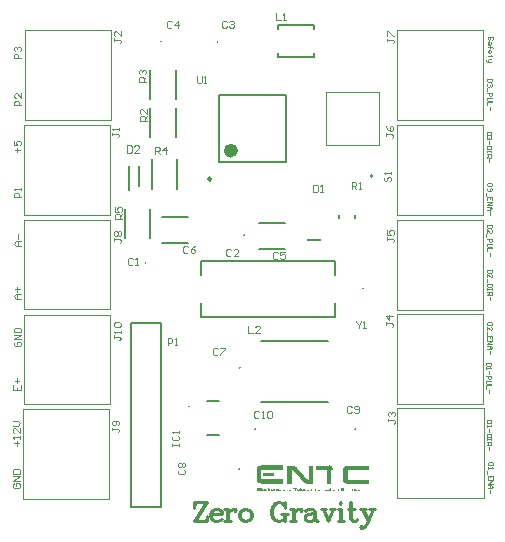
<source format=gbr>
G04*
G04 #@! TF.GenerationSoftware,Altium Limited,Altium Designer,23.3.1 (30)*
G04*
G04 Layer_Color=65535*
%FSLAX25Y25*%
%MOIN*%
G70*
G04*
G04 #@! TF.SameCoordinates,9E9A1B20-5B00-4279-B210-449FD35A5861*
G04*
G04*
G04 #@! TF.FilePolarity,Positive*
G04*
G01*
G75*
%ADD10C,0.00787*%
%ADD11C,0.00394*%
%ADD12C,0.02362*%
%ADD13C,0.00984*%
%ADD14C,0.00472*%
%ADD15C,0.01000*%
%ADD16R,0.04724X0.00787*%
G36*
X204112Y146088D02*
X204106D01*
Y146032D01*
X205062D01*
Y146026D01*
X205068D01*
Y145791D01*
X205062D01*
Y145959D01*
X205056D01*
Y146020D01*
X204749D01*
Y146015D01*
X204721D01*
Y146020D01*
X204112D01*
Y145629D01*
X200249D01*
Y145635D01*
X200243D01*
Y146624D01*
X204112D01*
Y146088D01*
D02*
G37*
G36*
X205068Y145780D02*
X205062D01*
Y145786D01*
X205068D01*
Y145780D01*
D02*
G37*
G36*
X205062Y145562D02*
X205068D01*
Y145556D01*
X205062D01*
Y145551D01*
X205068D01*
Y145311D01*
X205073D01*
Y144986D01*
X205068D01*
Y144947D01*
Y144942D01*
Y144858D01*
X205073D01*
Y144847D01*
X205079D01*
Y144841D01*
X205084D01*
Y144830D01*
X205090D01*
Y144819D01*
X205051D01*
Y144824D01*
X205045D01*
Y144852D01*
X205051D01*
Y144897D01*
X205056D01*
Y145696D01*
X205062D01*
Y145562D01*
D02*
G37*
G36*
X217047Y142985D02*
X215404D01*
Y142991D01*
X215308D01*
Y142996D01*
X215236D01*
Y143002D01*
X215180D01*
Y143008D01*
X215135D01*
Y143013D01*
X215090D01*
Y143019D01*
X215051D01*
Y143024D01*
X215018D01*
Y143030D01*
X214984D01*
Y143035D01*
X214956D01*
Y143041D01*
X214928D01*
Y143047D01*
X214900D01*
Y143052D01*
X214872D01*
Y143058D01*
X214850D01*
Y143063D01*
X214828D01*
Y143069D01*
X214805D01*
Y143075D01*
X214783D01*
Y143080D01*
X214761D01*
Y143086D01*
X214744D01*
Y143091D01*
X214721D01*
Y143097D01*
X214705D01*
Y143103D01*
X214688D01*
Y143108D01*
X214671D01*
Y143114D01*
X214654D01*
Y143119D01*
X214638D01*
Y143125D01*
X214621D01*
Y143131D01*
X214604D01*
Y143136D01*
X214593D01*
Y143142D01*
X214576D01*
Y143147D01*
X214559D01*
Y143153D01*
X214548D01*
Y143158D01*
X214531D01*
Y143164D01*
X214520D01*
Y143170D01*
X214509D01*
Y143175D01*
X214492D01*
Y143181D01*
X214481D01*
Y143186D01*
X214470D01*
Y143192D01*
X214459D01*
Y143198D01*
X214448D01*
Y143203D01*
X214436D01*
Y143209D01*
X214425D01*
Y143214D01*
X214414D01*
Y143220D01*
X214403D01*
Y143226D01*
X214392D01*
Y143231D01*
X214381D01*
Y143237D01*
X214369D01*
Y143242D01*
X214358D01*
Y143248D01*
X214347D01*
Y143253D01*
X214341D01*
Y143259D01*
X214330D01*
Y143265D01*
X214319D01*
Y143270D01*
X214308D01*
Y143276D01*
X214302D01*
Y143281D01*
X214291D01*
Y143287D01*
X214280D01*
Y143293D01*
X214274D01*
Y143298D01*
X214263D01*
Y143304D01*
X214252D01*
Y143309D01*
X214246D01*
Y143315D01*
X214235D01*
Y143321D01*
X214230D01*
Y143326D01*
X214218D01*
Y143332D01*
X214213D01*
Y143337D01*
X214202D01*
Y143343D01*
X214196D01*
Y143349D01*
X214185D01*
Y143354D01*
X214179D01*
Y143360D01*
X214168D01*
Y143365D01*
X214162D01*
Y143371D01*
X214157D01*
Y143376D01*
X214146D01*
Y143382D01*
X214140D01*
Y143388D01*
X214129D01*
Y143393D01*
X214123D01*
Y143399D01*
X214118D01*
Y143404D01*
X214107D01*
Y143410D01*
X214101D01*
Y143416D01*
X214095D01*
Y143421D01*
X214084D01*
Y143427D01*
X214079D01*
Y143432D01*
X214073D01*
Y143438D01*
X214068D01*
Y143444D01*
X214056D01*
Y143449D01*
X214051D01*
Y143455D01*
X214045D01*
Y143460D01*
X214039D01*
Y143466D01*
X214028D01*
Y143472D01*
X214023D01*
Y143477D01*
X214017D01*
Y143483D01*
X214012D01*
Y143488D01*
X214006D01*
Y143494D01*
X213995D01*
Y143499D01*
X213989D01*
Y143505D01*
X213984D01*
Y143511D01*
X213978D01*
Y143516D01*
X213972D01*
Y143522D01*
X213967D01*
Y143527D01*
X213961D01*
Y143533D01*
X213950D01*
Y143538D01*
X213945D01*
Y143544D01*
X213939D01*
Y143550D01*
X213933D01*
Y143555D01*
X213928D01*
Y143561D01*
X213922D01*
Y143567D01*
X213916D01*
Y143572D01*
X213911D01*
Y143578D01*
X213905D01*
Y143583D01*
X213900D01*
Y143589D01*
X213894D01*
Y143594D01*
X213889D01*
Y143600D01*
X213877D01*
Y143606D01*
X213872D01*
Y143611D01*
X213866D01*
Y143617D01*
X213861D01*
Y143622D01*
X213855D01*
Y143628D01*
X213849D01*
Y143634D01*
X213844D01*
Y143639D01*
X213838D01*
Y143645D01*
X213833D01*
Y143650D01*
X213827D01*
Y143656D01*
X213822D01*
Y143661D01*
X213816D01*
Y143667D01*
X213810D01*
Y143673D01*
X213805D01*
Y143684D01*
X213799D01*
Y143690D01*
X213794D01*
Y143695D01*
X213788D01*
Y143701D01*
X213782D01*
Y143706D01*
X213777D01*
Y143712D01*
X213771D01*
Y143717D01*
X213766D01*
Y143723D01*
X213760D01*
Y143729D01*
X213754D01*
Y143734D01*
X213749D01*
Y143740D01*
X213743D01*
Y143745D01*
X213738D01*
Y143751D01*
X213732D01*
Y143762D01*
X213726D01*
Y143768D01*
X213721D01*
Y143773D01*
X213715D01*
Y143779D01*
X213710D01*
Y143784D01*
X213704D01*
Y143790D01*
X213699D01*
Y143801D01*
X213693D01*
Y143807D01*
X213687D01*
Y143812D01*
X213682D01*
Y143818D01*
X213676D01*
Y143824D01*
X213671D01*
Y143829D01*
X213665D01*
Y143840D01*
X213659D01*
Y143846D01*
X213654D01*
Y143852D01*
X213648D01*
Y143857D01*
X213643D01*
Y143863D01*
X213637D01*
Y143868D01*
X213631D01*
Y143879D01*
X213626D01*
Y143885D01*
X213620D01*
Y143891D01*
X213615D01*
Y143896D01*
X213609D01*
Y143902D01*
X213603D01*
Y143907D01*
X213598D01*
Y143919D01*
X213592D01*
Y143924D01*
X213587D01*
Y143930D01*
X213581D01*
Y143935D01*
X213576D01*
Y143941D01*
X213570D01*
Y143947D01*
X213564D01*
Y143958D01*
X213559D01*
Y143963D01*
X213553D01*
Y143969D01*
X213548D01*
Y143974D01*
X213542D01*
Y143980D01*
X213536D01*
Y143986D01*
X213531D01*
Y143997D01*
X213525D01*
Y144002D01*
X213520D01*
Y144008D01*
X213514D01*
Y144014D01*
X213509D01*
Y144019D01*
X213503D01*
Y144025D01*
X213497D01*
Y144036D01*
X213492D01*
Y144042D01*
X213486D01*
Y144047D01*
X213480D01*
Y144053D01*
X213475D01*
Y144058D01*
X213469D01*
Y144064D01*
X213464D01*
Y144075D01*
X213458D01*
Y144081D01*
X213453D01*
Y144086D01*
X213447D01*
Y144092D01*
X213441D01*
Y144097D01*
X213436D01*
Y144103D01*
X213430D01*
Y144114D01*
X213425D01*
Y144120D01*
X213419D01*
Y144125D01*
X213413D01*
Y144131D01*
X213408D01*
Y144137D01*
X213402D01*
Y144142D01*
X213397D01*
Y144153D01*
X213391D01*
Y144159D01*
X213386D01*
Y144165D01*
X213380D01*
Y144170D01*
X213374D01*
Y144176D01*
X213369D01*
Y144181D01*
X213363D01*
Y144193D01*
X213357D01*
Y144198D01*
X213352D01*
Y144204D01*
X213346D01*
Y144209D01*
X213341D01*
Y144215D01*
X213335D01*
Y144226D01*
X213330D01*
Y144232D01*
X213324D01*
Y144237D01*
X213318D01*
Y144243D01*
X213313D01*
Y144248D01*
X213307D01*
Y144254D01*
X213302D01*
Y144265D01*
X213296D01*
Y144271D01*
X213291D01*
Y144276D01*
X213285D01*
Y144282D01*
X213279D01*
Y144288D01*
X213274D01*
Y144293D01*
X213268D01*
Y144304D01*
X213263D01*
Y144310D01*
X213257D01*
Y144316D01*
X213251D01*
Y144321D01*
X213246D01*
Y144327D01*
X213240D01*
Y144332D01*
X213235D01*
Y144343D01*
X213229D01*
Y144349D01*
X213223D01*
Y144355D01*
X213218D01*
Y144360D01*
X213212D01*
Y144366D01*
X213207D01*
Y144371D01*
X213201D01*
Y144377D01*
X213195D01*
Y144388D01*
X213190D01*
Y144394D01*
X213184D01*
Y144399D01*
X213179D01*
Y144405D01*
X213173D01*
Y144411D01*
X213168D01*
Y144416D01*
X213162D01*
Y144427D01*
X213156D01*
Y144433D01*
X213151D01*
Y144439D01*
X213145D01*
Y144444D01*
X213140D01*
Y144450D01*
X213134D01*
Y144455D01*
X213128D01*
Y144466D01*
X213123D01*
Y144472D01*
X213117D01*
Y144478D01*
X213112D01*
Y144483D01*
X213106D01*
Y144489D01*
X213100D01*
Y144494D01*
X213095D01*
Y144506D01*
X213089D01*
Y144511D01*
X213084D01*
Y144517D01*
X213078D01*
Y144522D01*
X213072D01*
Y144528D01*
X213067D01*
Y144534D01*
X213061D01*
Y144545D01*
X213056D01*
Y144550D01*
X213050D01*
Y144556D01*
X213045D01*
Y144562D01*
X213039D01*
Y144567D01*
X213033D01*
Y144573D01*
X213028D01*
Y144584D01*
X213022D01*
Y144589D01*
X213017D01*
Y144595D01*
X213011D01*
Y144601D01*
X213005D01*
Y144606D01*
X213000D01*
Y144612D01*
X212994D01*
Y144623D01*
X212989D01*
Y144629D01*
X212983D01*
Y144634D01*
X212977D01*
Y144640D01*
X212972D01*
Y144645D01*
X212966D01*
Y144651D01*
X212961D01*
Y144662D01*
X212955D01*
Y144668D01*
X212949D01*
Y144673D01*
X212944D01*
Y144679D01*
X212938D01*
Y144685D01*
X212933D01*
Y144690D01*
X212927D01*
Y144701D01*
X212922D01*
Y144707D01*
X212916D01*
Y144712D01*
X212910D01*
Y144718D01*
X212905D01*
Y144724D01*
X212899D01*
Y144729D01*
X212894D01*
Y144740D01*
X212888D01*
Y144746D01*
X212882D01*
Y144752D01*
X212877D01*
Y144757D01*
X212871D01*
Y144763D01*
X212866D01*
Y144768D01*
X212860D01*
Y144780D01*
X212854D01*
Y144785D01*
X212849D01*
Y144791D01*
X212843D01*
Y144796D01*
X212838D01*
Y144802D01*
X212832D01*
Y144808D01*
X212826D01*
Y144819D01*
X212821D01*
Y144824D01*
X212815D01*
Y144830D01*
X212810D01*
Y144835D01*
X212804D01*
Y144841D01*
X212799D01*
Y144852D01*
X212793D01*
Y144858D01*
X212787D01*
Y144863D01*
X212782D01*
Y144869D01*
X212776D01*
Y144875D01*
X212771D01*
Y144880D01*
X212765D01*
Y144891D01*
X212759D01*
Y144897D01*
X212754D01*
Y144903D01*
X212748D01*
Y144908D01*
X212743D01*
Y144914D01*
X212737D01*
Y144919D01*
X212732D01*
Y144930D01*
X212726D01*
Y144936D01*
X212720D01*
Y144942D01*
X212715D01*
Y144947D01*
X212709D01*
Y144953D01*
X212703D01*
Y144958D01*
X212698D01*
Y144964D01*
X212692D01*
Y144975D01*
X212687D01*
Y144981D01*
X212681D01*
Y144986D01*
X212676D01*
Y144992D01*
X212670D01*
Y144998D01*
X212664D01*
Y145009D01*
X212659D01*
Y145014D01*
X212653D01*
Y145020D01*
X212648D01*
Y145026D01*
X212642D01*
Y145031D01*
X212636D01*
Y145037D01*
X212631D01*
Y145048D01*
X212625D01*
Y145053D01*
X212620D01*
Y145059D01*
X212614D01*
Y145065D01*
X212609D01*
Y145070D01*
X212603D01*
Y145076D01*
X212597D01*
Y145087D01*
X212592D01*
Y145093D01*
X212586D01*
Y145098D01*
X212580D01*
Y145104D01*
X212575D01*
Y145109D01*
X212569D01*
Y145115D01*
X212564D01*
Y145126D01*
X212558D01*
Y145132D01*
X212553D01*
Y145137D01*
X212547D01*
Y145143D01*
X212541D01*
Y145149D01*
X212536D01*
Y145154D01*
X212530D01*
Y145165D01*
X212525D01*
Y145171D01*
X212519D01*
Y145176D01*
X212513D01*
Y145182D01*
X212508D01*
Y145188D01*
X212502D01*
Y145193D01*
X212497D01*
Y145204D01*
X212491D01*
Y145210D01*
X212486D01*
Y145215D01*
X212480D01*
Y145221D01*
X212474D01*
Y145227D01*
X212469D01*
Y145232D01*
X212463D01*
Y145244D01*
X212457D01*
Y145249D01*
X212452D01*
Y145255D01*
X212446D01*
Y145260D01*
X212441D01*
Y145266D01*
X212435D01*
Y145271D01*
X212430D01*
Y145277D01*
X212424D01*
Y145288D01*
X212418D01*
Y145294D01*
X212413D01*
Y145299D01*
X212407D01*
Y145305D01*
X212402D01*
Y145311D01*
X212396D01*
Y145316D01*
X212390D01*
Y145327D01*
X212385D01*
Y145333D01*
X212379D01*
Y145338D01*
X212374D01*
Y145344D01*
X212368D01*
Y145350D01*
X212363D01*
Y145355D01*
X212357D01*
Y145367D01*
X212351D01*
Y145372D01*
X212346D01*
Y145378D01*
X212340D01*
Y145383D01*
X212335D01*
Y145389D01*
X212329D01*
Y145394D01*
X212323D01*
Y145406D01*
X212318D01*
Y145411D01*
X212312D01*
Y145417D01*
X212307D01*
Y145422D01*
X212301D01*
Y145428D01*
X212295D01*
Y145433D01*
X212290D01*
Y145445D01*
X212284D01*
Y145450D01*
X212279D01*
Y145456D01*
X212273D01*
Y145461D01*
X212267D01*
Y145467D01*
X212262D01*
Y145478D01*
X212256D01*
Y145484D01*
X212251D01*
Y145489D01*
X212245D01*
Y145495D01*
X212240D01*
Y145501D01*
X212234D01*
Y145506D01*
X212228D01*
Y145517D01*
X212223D01*
Y145523D01*
X212217D01*
Y145529D01*
X212212D01*
Y145534D01*
X212206D01*
Y145540D01*
X212200D01*
Y145545D01*
X212195D01*
Y145556D01*
X212189D01*
Y145562D01*
X212184D01*
Y145568D01*
X212178D01*
Y145573D01*
X212173D01*
Y145579D01*
X212167D01*
Y145584D01*
X212161D01*
Y145596D01*
X212156D01*
Y145601D01*
X212150D01*
Y145607D01*
X212144D01*
Y145612D01*
X212139D01*
Y145618D01*
X212133D01*
Y145624D01*
X212128D01*
Y145635D01*
X212122D01*
Y145640D01*
X212117D01*
Y145646D01*
X212111D01*
Y145651D01*
X212105D01*
Y145657D01*
X212100D01*
Y145663D01*
X212094D01*
Y145674D01*
X212089D01*
Y145679D01*
X212083D01*
Y145685D01*
X212077D01*
Y145691D01*
X212072D01*
Y145696D01*
X212066D01*
Y145702D01*
X212061D01*
Y145713D01*
X212055D01*
Y145719D01*
X212050D01*
Y145724D01*
X212044D01*
Y145730D01*
X212038D01*
Y145735D01*
X212033D01*
Y145741D01*
X212027D01*
Y145752D01*
X212021D01*
Y145758D01*
X212016D01*
Y145763D01*
X212010D01*
Y145769D01*
X212005D01*
Y145774D01*
X211999D01*
Y145780D01*
X211994D01*
Y145791D01*
X211988D01*
Y145797D01*
X211982D01*
Y145802D01*
X211977D01*
Y145808D01*
X211971D01*
Y145814D01*
X211966D01*
Y145819D01*
X211960D01*
Y145830D01*
X211954D01*
Y145836D01*
X211949D01*
Y145842D01*
X211943D01*
Y145847D01*
X211938D01*
Y145853D01*
X211932D01*
Y145858D01*
X211927D01*
Y145870D01*
X211921D01*
Y145875D01*
X211915D01*
Y145881D01*
X211910D01*
Y145886D01*
X211904D01*
Y145892D01*
X211898D01*
Y145897D01*
X211893D01*
Y145909D01*
X211887D01*
Y145914D01*
X211882D01*
Y145920D01*
X211876D01*
Y145925D01*
X211871D01*
Y145931D01*
X211865D01*
Y145937D01*
X211859D01*
Y145948D01*
X211854D01*
Y145953D01*
X211848D01*
Y145959D01*
X211843D01*
Y145965D01*
X211837D01*
Y145970D01*
X211831D01*
Y145976D01*
X211826D01*
Y145987D01*
X211820D01*
Y145993D01*
X211815D01*
Y145998D01*
X211809D01*
Y146004D01*
X211804D01*
Y146009D01*
X211798D01*
Y146015D01*
X211792D01*
Y146026D01*
X211787D01*
Y146032D01*
X211781D01*
Y146037D01*
X211776D01*
Y146043D01*
X211770D01*
Y146048D01*
X211764D01*
Y146054D01*
X211759D01*
Y146065D01*
X211753D01*
Y146071D01*
X211748D01*
Y146076D01*
X211742D01*
Y146082D01*
X211736D01*
Y146088D01*
X211731D01*
Y146093D01*
X211725D01*
Y146104D01*
X211720D01*
Y146110D01*
X211714D01*
Y146116D01*
X211708D01*
Y146121D01*
X211703D01*
Y146127D01*
X211697D01*
Y146132D01*
X211692D01*
Y146143D01*
X211686D01*
Y146149D01*
X211681D01*
Y146155D01*
X211675D01*
Y146160D01*
X211669D01*
Y146166D01*
X211664D01*
Y146171D01*
X211658D01*
Y146183D01*
X211653D01*
Y146188D01*
X211647D01*
Y146194D01*
X211641D01*
Y146199D01*
X211636D01*
Y146205D01*
X211630D01*
Y146211D01*
X211625D01*
Y146222D01*
X211619D01*
Y146227D01*
X211613D01*
Y146233D01*
X211608D01*
Y146239D01*
X211602D01*
Y146244D01*
X211597D01*
Y146250D01*
X211591D01*
Y146261D01*
X211585D01*
Y146266D01*
X211580D01*
Y146272D01*
X211574D01*
Y146278D01*
X211569D01*
Y146283D01*
X211563D01*
Y146289D01*
X211558D01*
Y146300D01*
X211552D01*
Y146306D01*
X211546D01*
Y146311D01*
X211541D01*
Y146317D01*
X211535D01*
Y146322D01*
X211530D01*
Y146328D01*
X211524D01*
Y146339D01*
X211518D01*
Y146345D01*
X211513D01*
Y146350D01*
X211507D01*
Y146356D01*
X211502D01*
Y146361D01*
X211496D01*
Y146367D01*
X211491D01*
Y146378D01*
X211485D01*
Y146384D01*
X211479D01*
Y146389D01*
X211474D01*
Y146395D01*
X211468D01*
Y146401D01*
X211462D01*
Y146406D01*
X211457D01*
Y146417D01*
X211451D01*
Y146423D01*
X211446D01*
Y146429D01*
X211440D01*
Y146434D01*
X211435D01*
Y146440D01*
X211429D01*
Y146445D01*
X211423D01*
Y146457D01*
X211418D01*
Y146462D01*
X211412D01*
Y146468D01*
X211407D01*
Y146473D01*
X211401D01*
Y146479D01*
X211395D01*
Y146484D01*
X211390D01*
Y146496D01*
X211384D01*
Y146501D01*
X211379D01*
Y146507D01*
X211373D01*
Y146512D01*
X211368D01*
Y146518D01*
X211362D01*
Y146524D01*
X211356D01*
Y146535D01*
X211351D01*
Y146540D01*
X211345D01*
Y146546D01*
X211340D01*
Y146552D01*
X211334D01*
Y146557D01*
X211328D01*
Y146563D01*
X211323D01*
Y146574D01*
X211317D01*
Y146580D01*
X211312D01*
Y146585D01*
X211306D01*
Y146591D01*
X211300D01*
Y146596D01*
X211295D01*
Y146602D01*
X211289D01*
Y146613D01*
X211284D01*
Y146619D01*
X211278D01*
Y146624D01*
X211273D01*
Y146630D01*
X211267D01*
Y146635D01*
X211261D01*
Y146641D01*
X211256D01*
Y146652D01*
X211250D01*
Y146658D01*
X211245D01*
Y146663D01*
X211239D01*
Y146669D01*
X211233D01*
Y146675D01*
X211228D01*
Y146680D01*
X211222D01*
Y146691D01*
X211217D01*
Y146697D01*
X211211D01*
Y146703D01*
X211205D01*
Y146708D01*
X211200D01*
Y146714D01*
X211194D01*
Y146719D01*
X211189D01*
Y146730D01*
X211183D01*
Y146736D01*
X211177D01*
Y146742D01*
X211172D01*
Y146747D01*
X211166D01*
Y146753D01*
X211161D01*
Y146758D01*
X211155D01*
Y146770D01*
X211150D01*
Y146775D01*
X211144D01*
Y146781D01*
X211138D01*
Y146786D01*
X211133D01*
Y146792D01*
X211127D01*
Y146798D01*
X211122D01*
Y146809D01*
X211116D01*
Y146814D01*
X211110D01*
Y146820D01*
X211105D01*
Y146826D01*
X211099D01*
Y146831D01*
X211094D01*
Y146837D01*
X211088D01*
Y146848D01*
X211082D01*
Y146853D01*
X211077D01*
Y146859D01*
X211071D01*
Y146865D01*
X211066D01*
Y146870D01*
X211060D01*
Y146876D01*
X211054D01*
Y146887D01*
X211049D01*
Y146892D01*
X211043D01*
Y146898D01*
X211038D01*
Y146904D01*
X211032D01*
Y146909D01*
X211027D01*
Y146915D01*
X211021D01*
Y146926D01*
X211015D01*
Y146932D01*
X211010D01*
Y146937D01*
X211004D01*
Y146943D01*
X210999D01*
Y146948D01*
X210993D01*
Y146954D01*
X210987D01*
Y146965D01*
X210982D01*
Y146971D01*
X210976D01*
Y146976D01*
X210971D01*
Y146982D01*
X210965D01*
Y146988D01*
X210959D01*
Y146993D01*
X210954D01*
Y146999D01*
X210948D01*
Y147010D01*
X210943D01*
Y147016D01*
X210937D01*
Y147021D01*
X210931D01*
Y147027D01*
X210926D01*
Y147032D01*
X210920D01*
Y147038D01*
X210915D01*
Y147049D01*
X210909D01*
Y147055D01*
X210904D01*
Y147060D01*
X210898D01*
Y147066D01*
X210892D01*
Y147071D01*
X210887D01*
Y147083D01*
X210881D01*
Y147088D01*
X210876D01*
Y147094D01*
X210870D01*
Y147099D01*
X210864D01*
Y147105D01*
X210859D01*
Y147110D01*
X210853D01*
Y147122D01*
X210848D01*
Y147127D01*
X210842D01*
Y147133D01*
X210837D01*
Y147139D01*
X210831D01*
Y147144D01*
X210825D01*
Y147150D01*
X210820D01*
Y147161D01*
X210814D01*
Y147166D01*
X210808D01*
Y147172D01*
X210803D01*
Y147178D01*
X210797D01*
Y147183D01*
X210792D01*
Y147189D01*
X210786D01*
Y147194D01*
X210781D01*
Y147200D01*
X210775D01*
Y147211D01*
X210769D01*
Y147217D01*
X210764D01*
Y147222D01*
X210758D01*
Y147228D01*
X210753D01*
Y147233D01*
X210747D01*
Y147239D01*
X210741D01*
Y147245D01*
X210736D01*
Y147250D01*
X210730D01*
Y147256D01*
X210725D01*
Y147262D01*
X210719D01*
Y147267D01*
X210714D01*
Y147273D01*
X210708D01*
Y147278D01*
X210702D01*
Y147284D01*
X210697D01*
Y147289D01*
X210691D01*
Y147295D01*
X210685D01*
Y147301D01*
X210680D01*
Y147306D01*
X210674D01*
Y147312D01*
X210669D01*
Y147317D01*
X210658D01*
Y147323D01*
X210652D01*
Y147328D01*
X210646D01*
Y147334D01*
X210641D01*
Y147340D01*
X210635D01*
Y147345D01*
X210630D01*
Y147351D01*
X210618D01*
Y147356D01*
X210613D01*
Y147362D01*
X210607D01*
Y147368D01*
X210602D01*
Y147373D01*
X210596D01*
Y147379D01*
X210585D01*
Y147384D01*
X210579D01*
Y147390D01*
X210574D01*
Y147396D01*
X210562D01*
Y147401D01*
X210557D01*
Y147407D01*
X210551D01*
Y147412D01*
X210540D01*
Y147418D01*
X210535D01*
Y147424D01*
X210523D01*
Y147429D01*
X210518D01*
Y147435D01*
X210512D01*
Y147440D01*
X210501D01*
Y147446D01*
X210495D01*
Y147451D01*
X210484D01*
Y147457D01*
X210473D01*
Y147463D01*
X210468D01*
Y147468D01*
X210456D01*
Y147474D01*
X210451D01*
Y147479D01*
X210440D01*
Y147485D01*
X210428D01*
Y147491D01*
X210417D01*
Y147496D01*
X210412D01*
Y147502D01*
X210400D01*
Y147507D01*
X210389D01*
Y147513D01*
X210378D01*
Y147519D01*
X210367D01*
Y147524D01*
X210356D01*
Y147530D01*
X210345D01*
Y147535D01*
X210333D01*
Y147541D01*
X210322D01*
Y147547D01*
X210311D01*
Y147552D01*
X210294D01*
Y147558D01*
X210283D01*
Y147563D01*
X210266D01*
Y147569D01*
X210255D01*
Y147574D01*
X210238D01*
Y147580D01*
X210222D01*
Y147586D01*
X210205D01*
Y147591D01*
X210188D01*
Y147597D01*
X210166D01*
Y147602D01*
X210143D01*
Y147608D01*
X210121D01*
Y147614D01*
X210093D01*
Y147619D01*
X210059D01*
Y147625D01*
X210015D01*
Y147630D01*
X209864D01*
Y142985D01*
X208427D01*
Y146020D01*
X207712D01*
Y146026D01*
X207851D01*
Y146032D01*
X208215D01*
Y146026D01*
X208433D01*
Y146032D01*
X208438D01*
Y146037D01*
X208433D01*
Y146132D01*
X208427D01*
Y148804D01*
Y148810D01*
Y149045D01*
X209981D01*
Y149039D01*
X210099D01*
Y149033D01*
X210182D01*
Y149028D01*
X210249D01*
Y149022D01*
X210305D01*
Y149017D01*
X210350D01*
Y149011D01*
X210395D01*
Y149005D01*
X210434D01*
Y149000D01*
X210468D01*
Y148994D01*
X210495D01*
Y148989D01*
X210529D01*
Y148983D01*
X210557D01*
Y148978D01*
X210579D01*
Y148972D01*
X210602D01*
Y148966D01*
X210624D01*
Y148961D01*
X210646D01*
Y148955D01*
X210669D01*
Y148950D01*
X210691D01*
Y148944D01*
X210708D01*
Y148939D01*
X210725D01*
Y148933D01*
X210741D01*
Y148927D01*
X210758D01*
Y148922D01*
X210775D01*
Y148916D01*
X210792D01*
Y148910D01*
X210808D01*
Y148905D01*
X210820D01*
Y148899D01*
X210837D01*
Y148894D01*
X210853D01*
Y148888D01*
X210864D01*
Y148883D01*
X210881D01*
Y148877D01*
X210892D01*
Y148871D01*
X210904D01*
Y148866D01*
X210920D01*
Y148860D01*
X210931D01*
Y148855D01*
X210943D01*
Y148849D01*
X210954D01*
Y148843D01*
X210965D01*
Y148838D01*
X210976D01*
Y148832D01*
X210987D01*
Y148827D01*
X210999D01*
Y148821D01*
X211010D01*
Y148816D01*
X211021D01*
Y148810D01*
X211032D01*
Y148804D01*
X211043D01*
Y148799D01*
X211054D01*
Y148793D01*
X211066D01*
Y148787D01*
X211077D01*
Y148782D01*
X211082D01*
Y148776D01*
X211094D01*
Y148771D01*
X211105D01*
Y148765D01*
X211110D01*
Y148760D01*
X211122D01*
Y148754D01*
X211133D01*
Y148748D01*
X211138D01*
Y148743D01*
X211150D01*
Y148737D01*
X211161D01*
Y148732D01*
X211166D01*
Y148726D01*
X211177D01*
Y148721D01*
X211183D01*
Y148715D01*
X211194D01*
Y148709D01*
X211205D01*
Y148704D01*
X211211D01*
Y148698D01*
X211217D01*
Y148693D01*
X211228D01*
Y148687D01*
X211233D01*
Y148681D01*
X211245D01*
Y148676D01*
X211250D01*
Y148670D01*
X211261D01*
Y148665D01*
X211267D01*
Y148659D01*
X211278D01*
Y148653D01*
X211284D01*
Y148648D01*
X211289D01*
Y148642D01*
X211300D01*
Y148637D01*
X211306D01*
Y148631D01*
X211312D01*
Y148625D01*
X211323D01*
Y148620D01*
X211328D01*
Y148614D01*
X211334D01*
Y148609D01*
X211345D01*
Y148603D01*
X211351D01*
Y148598D01*
X211356D01*
Y148592D01*
X211362D01*
Y148586D01*
X211373D01*
Y148581D01*
X211379D01*
Y148575D01*
X211384D01*
Y148570D01*
X211390D01*
Y148564D01*
X211401D01*
Y148558D01*
X211407D01*
Y148553D01*
X211412D01*
Y148547D01*
X211418D01*
Y148542D01*
X211429D01*
Y148536D01*
X211435D01*
Y148530D01*
X211440D01*
Y148525D01*
X211446D01*
Y148519D01*
X211451D01*
Y148514D01*
X211457D01*
Y148508D01*
X211468D01*
Y148502D01*
X211474D01*
Y148497D01*
X211479D01*
Y148491D01*
X211485D01*
Y148486D01*
X211491D01*
Y148480D01*
X211496D01*
Y148475D01*
X211502D01*
Y148469D01*
X211507D01*
Y148463D01*
X211513D01*
Y148458D01*
X211524D01*
Y148452D01*
X211530D01*
Y148447D01*
X211535D01*
Y148441D01*
X211541D01*
Y148435D01*
X211546D01*
Y148430D01*
X211552D01*
Y148424D01*
X211558D01*
Y148419D01*
X211563D01*
Y148413D01*
X211569D01*
Y148407D01*
X211574D01*
Y148402D01*
X211580D01*
Y148396D01*
X211585D01*
Y148391D01*
X211591D01*
Y148385D01*
X211597D01*
Y148380D01*
X211602D01*
Y148374D01*
X211608D01*
Y148368D01*
X211613D01*
Y148363D01*
X211619D01*
Y148357D01*
X211625D01*
Y148352D01*
X211630D01*
Y148346D01*
X211636D01*
Y148340D01*
X211641D01*
Y148335D01*
X211647D01*
Y148329D01*
X211653D01*
Y148324D01*
X211658D01*
Y148318D01*
X211664D01*
Y148312D01*
X211669D01*
Y148307D01*
X211675D01*
Y148301D01*
X211681D01*
Y148296D01*
X211686D01*
Y148290D01*
X211692D01*
Y148284D01*
X211697D01*
Y148279D01*
X211703D01*
Y148273D01*
X211708D01*
Y148268D01*
X211714D01*
Y148262D01*
X211720D01*
Y148257D01*
X211725D01*
Y148245D01*
X211731D01*
Y148240D01*
X211736D01*
Y148234D01*
X211742D01*
Y148229D01*
X211748D01*
Y148223D01*
X211753D01*
Y148217D01*
X211759D01*
Y148212D01*
X211764D01*
Y148206D01*
X211770D01*
Y148201D01*
X211776D01*
Y148189D01*
X211781D01*
Y148184D01*
X211787D01*
Y148178D01*
X211792D01*
Y148173D01*
X211798D01*
Y148167D01*
X211804D01*
Y148161D01*
X211809D01*
Y148150D01*
X211815D01*
Y148145D01*
X211820D01*
Y148139D01*
X211826D01*
Y148134D01*
X211831D01*
Y148128D01*
X211837D01*
Y148122D01*
X211843D01*
Y148117D01*
X211848D01*
Y148106D01*
X211854D01*
Y148100D01*
X211859D01*
Y148094D01*
X211865D01*
Y148089D01*
X211871D01*
Y148083D01*
X211876D01*
Y148078D01*
X211882D01*
Y148066D01*
X211887D01*
Y148061D01*
X211893D01*
Y148055D01*
X211898D01*
Y148050D01*
X211904D01*
Y148044D01*
X211910D01*
Y148038D01*
X211915D01*
Y148033D01*
X211921D01*
Y148022D01*
X211927D01*
Y148016D01*
X211932D01*
Y148011D01*
X211938D01*
Y148005D01*
X211943D01*
Y147999D01*
X211949D01*
Y147994D01*
X211954D01*
Y147983D01*
X211960D01*
Y147977D01*
X211966D01*
Y147971D01*
X211971D01*
Y147966D01*
X211977D01*
Y147960D01*
X211982D01*
Y147955D01*
X211988D01*
Y147949D01*
X211994D01*
Y147938D01*
X211999D01*
Y147932D01*
X212005D01*
Y147927D01*
X212010D01*
Y147921D01*
X212016D01*
Y147915D01*
X212021D01*
Y147910D01*
X212027D01*
Y147899D01*
X212033D01*
Y147893D01*
X212038D01*
Y147888D01*
X212044D01*
Y147882D01*
X212050D01*
Y147876D01*
X212055D01*
Y147871D01*
X212061D01*
Y147865D01*
X212066D01*
Y147854D01*
X212072D01*
Y147848D01*
X212077D01*
Y147843D01*
X212083D01*
Y147837D01*
X212089D01*
Y147832D01*
X212094D01*
Y147826D01*
X212100D01*
Y147815D01*
X212105D01*
Y147809D01*
X212111D01*
Y147804D01*
X212117D01*
Y147798D01*
X212122D01*
Y147792D01*
X212128D01*
Y147787D01*
X212133D01*
Y147781D01*
X212139D01*
Y147770D01*
X212144D01*
Y147765D01*
X212150D01*
Y147759D01*
X212156D01*
Y147753D01*
X212161D01*
Y147748D01*
X212167D01*
Y147742D01*
X212173D01*
Y147731D01*
X212178D01*
Y147725D01*
X212184D01*
Y147720D01*
X212189D01*
Y147714D01*
X212195D01*
Y147709D01*
X212200D01*
Y147703D01*
X212206D01*
Y147697D01*
X212212D01*
Y147686D01*
X212217D01*
Y147681D01*
X212223D01*
Y147675D01*
X212228D01*
Y147669D01*
X212234D01*
Y147664D01*
X212240D01*
Y147658D01*
X212245D01*
Y147647D01*
X212251D01*
Y147642D01*
X212256D01*
Y147636D01*
X212262D01*
Y147630D01*
X212267D01*
Y147625D01*
X212273D01*
Y147619D01*
X212279D01*
Y147614D01*
X212284D01*
Y147602D01*
X212290D01*
Y147597D01*
X212295D01*
Y147591D01*
X212301D01*
Y147586D01*
X212307D01*
Y147580D01*
X212312D01*
Y147574D01*
X212318D01*
Y147563D01*
X212323D01*
Y147558D01*
X212329D01*
Y147552D01*
X212335D01*
Y147547D01*
X212340D01*
Y147541D01*
X212346D01*
Y147535D01*
X212351D01*
Y147530D01*
X212357D01*
Y147519D01*
X212363D01*
Y147513D01*
X212368D01*
Y147507D01*
X212374D01*
Y147502D01*
X212379D01*
Y147496D01*
X212385D01*
Y147491D01*
X212390D01*
Y147479D01*
X212396D01*
Y147474D01*
X212402D01*
Y147468D01*
X212407D01*
Y147463D01*
X212413D01*
Y147457D01*
X212418D01*
Y147451D01*
X212424D01*
Y147446D01*
X212430D01*
Y147435D01*
X212435D01*
Y147429D01*
X212441D01*
Y147424D01*
X212446D01*
Y147418D01*
X212452D01*
Y147412D01*
X212457D01*
Y147407D01*
X212463D01*
Y147401D01*
X212469D01*
Y147390D01*
X212474D01*
Y147384D01*
X212480D01*
Y147379D01*
X212486D01*
Y147373D01*
X212491D01*
Y147368D01*
X212497D01*
Y147362D01*
X212502D01*
Y147351D01*
X212508D01*
Y147345D01*
X212513D01*
Y147340D01*
X212519D01*
Y147334D01*
X212525D01*
Y147328D01*
X212530D01*
Y147323D01*
X212536D01*
Y147317D01*
X212541D01*
Y147306D01*
X212547D01*
Y147301D01*
X212553D01*
Y147295D01*
X212558D01*
Y147289D01*
X212564D01*
Y147284D01*
X212569D01*
Y147278D01*
X212575D01*
Y147267D01*
X212580D01*
Y147262D01*
X212586D01*
Y147256D01*
X212592D01*
Y147250D01*
X212597D01*
Y147245D01*
X212603D01*
Y147239D01*
X212609D01*
Y147233D01*
X212614D01*
Y147222D01*
X212620D01*
Y147217D01*
X212625D01*
Y147211D01*
X212631D01*
Y147206D01*
X212636D01*
Y147200D01*
X212642D01*
Y147194D01*
X212648D01*
Y147183D01*
X212653D01*
Y147178D01*
X212659D01*
Y147172D01*
X212664D01*
Y147166D01*
X212670D01*
Y147161D01*
X212676D01*
Y147155D01*
X212681D01*
Y147150D01*
X212687D01*
Y147139D01*
X212692D01*
Y147133D01*
X212698D01*
Y147127D01*
X212703D01*
Y147122D01*
X212709D01*
Y147116D01*
X212715D01*
Y147110D01*
X212720D01*
Y147099D01*
X212726D01*
Y147094D01*
X212732D01*
Y147088D01*
X212737D01*
Y147083D01*
X212743D01*
Y147077D01*
X212748D01*
Y147071D01*
X212754D01*
Y147066D01*
X212759D01*
Y147055D01*
X212765D01*
Y147049D01*
X212771D01*
Y147044D01*
X212776D01*
Y147038D01*
X212782D01*
Y147032D01*
X212787D01*
Y147027D01*
X212793D01*
Y147016D01*
X212799D01*
Y147010D01*
X212804D01*
Y147004D01*
X212810D01*
Y146999D01*
X212815D01*
Y146993D01*
X212821D01*
Y146988D01*
X212826D01*
Y146982D01*
X212832D01*
Y146971D01*
X212838D01*
Y146965D01*
X212843D01*
Y146960D01*
X212849D01*
Y146954D01*
X212854D01*
Y146948D01*
X212860D01*
Y146943D01*
X212866D01*
Y146937D01*
X212871D01*
Y146926D01*
X212877D01*
Y146921D01*
X212882D01*
Y146915D01*
X212888D01*
Y146909D01*
X212894D01*
Y146904D01*
X212899D01*
Y146898D01*
X212905D01*
Y146887D01*
X212910D01*
Y146881D01*
X212916D01*
Y146876D01*
X212922D01*
Y146870D01*
X212927D01*
Y146865D01*
X212933D01*
Y146859D01*
X212938D01*
Y146853D01*
X212944D01*
Y146842D01*
X212949D01*
Y146837D01*
X212955D01*
Y146831D01*
X212961D01*
Y146826D01*
X212966D01*
Y146820D01*
X212972D01*
Y146814D01*
X212977D01*
Y146803D01*
X212983D01*
Y146798D01*
X212989D01*
Y146792D01*
X212994D01*
Y146786D01*
X213000D01*
Y146781D01*
X213005D01*
Y146775D01*
X213011D01*
Y146770D01*
X213017D01*
Y146758D01*
X213022D01*
Y146753D01*
X213028D01*
Y146747D01*
X213033D01*
Y146742D01*
X213039D01*
Y146736D01*
X213045D01*
Y146730D01*
X213050D01*
Y146719D01*
X213056D01*
Y146714D01*
X213061D01*
Y146708D01*
X213067D01*
Y146703D01*
X213072D01*
Y146697D01*
X213078D01*
Y146691D01*
X213084D01*
Y146686D01*
X213089D01*
Y146675D01*
X213095D01*
Y146669D01*
X213100D01*
Y146663D01*
X213106D01*
Y146658D01*
X213112D01*
Y146652D01*
X213117D01*
Y146647D01*
X213123D01*
Y146641D01*
X213128D01*
Y146630D01*
X213134D01*
Y146624D01*
X213140D01*
Y146619D01*
X213145D01*
Y146613D01*
X213151D01*
Y146607D01*
X213156D01*
Y146602D01*
X213162D01*
Y146591D01*
X213168D01*
Y146585D01*
X213173D01*
Y146580D01*
X213179D01*
Y146574D01*
X213184D01*
Y146568D01*
X213190D01*
Y146563D01*
X213195D01*
Y146557D01*
X213201D01*
Y146546D01*
X213207D01*
Y146540D01*
X213212D01*
Y146535D01*
X213218D01*
Y146529D01*
X213223D01*
Y146524D01*
X213229D01*
Y146518D01*
X213235D01*
Y146507D01*
X213240D01*
Y146501D01*
X213246D01*
Y146496D01*
X213251D01*
Y146490D01*
X213257D01*
Y146484D01*
X213263D01*
Y146479D01*
X213268D01*
Y146473D01*
X213274D01*
Y146462D01*
X213279D01*
Y146457D01*
X213285D01*
Y146451D01*
X213291D01*
Y146445D01*
X213296D01*
Y146440D01*
X213302D01*
Y146434D01*
X213307D01*
Y146423D01*
X213313D01*
Y146417D01*
X213318D01*
Y146412D01*
X213324D01*
Y146406D01*
X213330D01*
Y146401D01*
X213335D01*
Y146395D01*
X213341D01*
Y146389D01*
X213346D01*
Y146378D01*
X213352D01*
Y146373D01*
X213357D01*
Y146367D01*
X213363D01*
Y146361D01*
X213369D01*
Y146356D01*
X213374D01*
Y146350D01*
X213380D01*
Y146345D01*
X213386D01*
Y146334D01*
X213391D01*
Y146328D01*
X213397D01*
Y146322D01*
X213402D01*
Y146317D01*
X213408D01*
Y146311D01*
X213413D01*
Y146306D01*
X213419D01*
Y146294D01*
X213425D01*
Y146289D01*
X213430D01*
Y146283D01*
X213436D01*
Y146278D01*
X213441D01*
Y146272D01*
X213447D01*
Y146266D01*
X213453D01*
Y146261D01*
X213458D01*
Y146250D01*
X213464D01*
Y146244D01*
X213469D01*
Y146239D01*
X213475D01*
Y146233D01*
X213480D01*
Y146227D01*
X213486D01*
Y146222D01*
X213492D01*
Y146211D01*
X213497D01*
Y146205D01*
X213503D01*
Y146199D01*
X213509D01*
Y146194D01*
X213514D01*
Y146188D01*
X213520D01*
Y146183D01*
X213525D01*
Y146177D01*
X213531D01*
Y146166D01*
X213536D01*
Y146160D01*
X213542D01*
Y146155D01*
X213548D01*
Y146149D01*
X213553D01*
Y146143D01*
X213559D01*
Y146138D01*
X213564D01*
Y146127D01*
X213570D01*
Y146121D01*
X213576D01*
Y146116D01*
X213581D01*
Y146110D01*
X213587D01*
Y146104D01*
X213592D01*
Y146099D01*
X213598D01*
Y146093D01*
X213603D01*
Y146082D01*
X213609D01*
Y146076D01*
X213615D01*
Y146071D01*
X213620D01*
Y146065D01*
X213626D01*
Y146060D01*
X213631D01*
Y146054D01*
X213637D01*
Y146043D01*
X213643D01*
Y146037D01*
X213648D01*
Y146032D01*
X213654D01*
Y146026D01*
X213659D01*
Y146020D01*
X213665D01*
Y146015D01*
X213671D01*
Y146009D01*
X213676D01*
Y145998D01*
X213682D01*
Y145993D01*
X213687D01*
Y145987D01*
X213693D01*
Y145981D01*
X213699D01*
Y145976D01*
X213704D01*
Y145970D01*
X213710D01*
Y145965D01*
X213715D01*
Y145953D01*
X213721D01*
Y145948D01*
X213726D01*
Y145942D01*
X213732D01*
Y145937D01*
X213738D01*
Y145931D01*
X213743D01*
Y145925D01*
X213749D01*
Y145914D01*
X213754D01*
Y145909D01*
X213760D01*
Y145903D01*
X213766D01*
Y145897D01*
X213771D01*
Y145892D01*
X213777D01*
Y145886D01*
X213782D01*
Y145881D01*
X213788D01*
Y145870D01*
X213794D01*
Y145864D01*
X213799D01*
Y145858D01*
X213805D01*
Y145853D01*
X213810D01*
Y145847D01*
X213816D01*
Y145842D01*
X213822D01*
Y145830D01*
X213827D01*
Y145825D01*
X213833D01*
Y145819D01*
X213838D01*
Y145814D01*
X213844D01*
Y145808D01*
X213849D01*
Y145802D01*
X213855D01*
Y145797D01*
X213861D01*
Y145786D01*
X213866D01*
Y145780D01*
X213872D01*
Y145774D01*
X213877D01*
Y145769D01*
X213883D01*
Y145763D01*
X213889D01*
Y145758D01*
X213894D01*
Y145747D01*
X213900D01*
Y145741D01*
X213905D01*
Y145735D01*
X213911D01*
Y145730D01*
X213916D01*
Y145724D01*
X213922D01*
Y145719D01*
X213928D01*
Y145713D01*
X213933D01*
Y145702D01*
X213939D01*
Y145696D01*
X213945D01*
Y145691D01*
X213950D01*
Y145685D01*
X213956D01*
Y145679D01*
X213961D01*
Y145674D01*
X213967D01*
Y145668D01*
X213972D01*
Y145657D01*
X213978D01*
Y145651D01*
X213984D01*
Y145646D01*
X213989D01*
Y145640D01*
X213995D01*
Y145635D01*
X214000D01*
Y145629D01*
X214006D01*
Y145618D01*
X214012D01*
Y145612D01*
X214017D01*
Y145607D01*
X214023D01*
Y145601D01*
X214028D01*
Y145596D01*
X214034D01*
Y145590D01*
X214039D01*
Y145584D01*
X214045D01*
Y145573D01*
X214051D01*
Y145568D01*
X214056D01*
Y145562D01*
X214062D01*
Y145556D01*
X214068D01*
Y145551D01*
X214073D01*
Y145545D01*
X214079D01*
Y145534D01*
X214084D01*
Y145529D01*
X214090D01*
Y145523D01*
X214095D01*
Y145517D01*
X214101D01*
Y145512D01*
X214107D01*
Y145506D01*
X214112D01*
Y145501D01*
X214118D01*
Y145489D01*
X214123D01*
Y145484D01*
X214129D01*
Y145478D01*
X214135D01*
Y145473D01*
X214140D01*
Y145467D01*
X214146D01*
Y145461D01*
X214151D01*
Y145450D01*
X214157D01*
Y145445D01*
X214162D01*
Y145439D01*
X214168D01*
Y145433D01*
X214174D01*
Y145428D01*
X214179D01*
Y145422D01*
X214185D01*
Y145417D01*
X214190D01*
Y145406D01*
X214196D01*
Y145400D01*
X214202D01*
Y145394D01*
X214207D01*
Y145389D01*
X214213D01*
Y145383D01*
X214218D01*
Y145378D01*
X214224D01*
Y145367D01*
X214230D01*
Y145361D01*
X214235D01*
Y145355D01*
X214241D01*
Y145350D01*
X214246D01*
Y145344D01*
X214252D01*
Y145338D01*
X214258D01*
Y145333D01*
X214263D01*
Y145322D01*
X214269D01*
Y145316D01*
X214274D01*
Y145311D01*
X214280D01*
Y145305D01*
X214285D01*
Y145299D01*
X214291D01*
Y145294D01*
X214297D01*
Y145283D01*
X214302D01*
Y145277D01*
X214308D01*
Y145271D01*
X214313D01*
Y145266D01*
X214319D01*
Y145260D01*
X214325D01*
Y145255D01*
X214330D01*
Y145249D01*
X214336D01*
Y145238D01*
X214341D01*
Y145232D01*
X214347D01*
Y145227D01*
X214353D01*
Y145221D01*
X214358D01*
Y145215D01*
X214364D01*
Y145210D01*
X214369D01*
Y145204D01*
X214375D01*
Y145193D01*
X214381D01*
Y145188D01*
X214386D01*
Y145182D01*
X214392D01*
Y145176D01*
X214397D01*
Y145171D01*
X214403D01*
Y145165D01*
X214408D01*
Y145154D01*
X214414D01*
Y145149D01*
X214420D01*
Y145143D01*
X214425D01*
Y145137D01*
X214431D01*
Y145132D01*
X214436D01*
Y145126D01*
X214442D01*
Y145121D01*
X214448D01*
Y145115D01*
X214453D01*
Y145104D01*
X214459D01*
Y145098D01*
X214464D01*
Y145093D01*
X214470D01*
Y145087D01*
X214475D01*
Y145081D01*
X214481D01*
Y145076D01*
X214487D01*
Y145065D01*
X214492D01*
Y145059D01*
X214498D01*
Y145053D01*
X214504D01*
Y145048D01*
X214509D01*
Y145042D01*
X214515D01*
Y145037D01*
X214520D01*
Y145026D01*
X214526D01*
Y145020D01*
X214531D01*
Y145014D01*
X214537D01*
Y145009D01*
X214543D01*
Y145003D01*
X214548D01*
Y144998D01*
X214554D01*
Y144986D01*
X214559D01*
Y144981D01*
X214565D01*
Y144975D01*
X214571D01*
Y144970D01*
X214576D01*
Y144964D01*
X214582D01*
Y144958D01*
X214587D01*
Y144947D01*
X214593D01*
Y144942D01*
X214598D01*
Y144936D01*
X214604D01*
Y144930D01*
X214610D01*
Y144925D01*
X214615D01*
Y144919D01*
X214621D01*
Y144908D01*
X214627D01*
Y144903D01*
X214632D01*
Y144897D01*
X214638D01*
Y144891D01*
X214643D01*
Y144886D01*
X214649D01*
Y144880D01*
X214654D01*
Y144875D01*
X214660D01*
Y144863D01*
X214666D01*
Y144858D01*
X214671D01*
Y144852D01*
X214677D01*
Y144847D01*
X214682D01*
Y144841D01*
X214688D01*
Y144835D01*
X214693D01*
Y144830D01*
X214699D01*
Y144824D01*
X214705D01*
Y144819D01*
X214710D01*
Y144808D01*
X214716D01*
Y144802D01*
X214721D01*
Y144796D01*
X214727D01*
Y144791D01*
X214733D01*
Y144785D01*
X214738D01*
Y144780D01*
X214744D01*
Y144774D01*
X214749D01*
Y144768D01*
X214755D01*
Y144763D01*
X214761D01*
Y144757D01*
X214766D01*
Y144752D01*
X214772D01*
Y144746D01*
X214777D01*
Y144740D01*
X214783D01*
Y144735D01*
X214794D01*
Y144729D01*
X214800D01*
Y144724D01*
X214805D01*
Y144718D01*
X214811D01*
Y144712D01*
X214816D01*
Y144707D01*
X214822D01*
Y144701D01*
X214833D01*
Y144696D01*
X214839D01*
Y144690D01*
X214844D01*
Y144685D01*
X214850D01*
Y144679D01*
X214856D01*
Y144673D01*
X214867D01*
Y144668D01*
X214872D01*
Y144662D01*
X214878D01*
Y144657D01*
X214889D01*
Y144651D01*
X214895D01*
Y144645D01*
X214900D01*
Y144640D01*
X214906D01*
Y144634D01*
X214917D01*
Y144629D01*
X214923D01*
Y144623D01*
X214928D01*
Y144617D01*
X214939D01*
Y144612D01*
X214945D01*
Y144606D01*
X214956D01*
Y144601D01*
X214962D01*
Y144595D01*
X214967D01*
Y144589D01*
X214979D01*
Y144584D01*
X214984D01*
Y144578D01*
X214995D01*
Y144573D01*
X215001D01*
Y144567D01*
X215012D01*
Y144562D01*
X215018D01*
Y144556D01*
X215029D01*
Y144550D01*
X215040D01*
Y144545D01*
X215046D01*
Y144539D01*
X215057D01*
Y144534D01*
X215068D01*
Y144528D01*
X215074D01*
Y144522D01*
X215085D01*
Y144517D01*
X215096D01*
Y144511D01*
X215107D01*
Y144506D01*
X215118D01*
Y144500D01*
X215130D01*
Y144494D01*
X215141D01*
Y144489D01*
X215152D01*
Y144483D01*
X215163D01*
Y144478D01*
X215174D01*
Y144472D01*
X215185D01*
Y144466D01*
X215202D01*
Y144461D01*
X215213D01*
Y144455D01*
X215230D01*
Y144450D01*
X215241D01*
Y144444D01*
X215258D01*
Y144439D01*
X215275D01*
Y144433D01*
X215297D01*
Y144427D01*
X215314D01*
Y144422D01*
X215336D01*
Y144416D01*
X215364D01*
Y144411D01*
X215398D01*
Y144405D01*
X215448D01*
Y144399D01*
X215521D01*
Y144394D01*
X215605D01*
Y149045D01*
X217047D01*
Y142985D01*
D02*
G37*
G36*
X206929Y149151D02*
X206946D01*
Y149145D01*
X206957D01*
Y149134D01*
X206963D01*
Y149123D01*
X206968D01*
Y147742D01*
X200037D01*
Y147737D01*
X199986D01*
Y147731D01*
X199958D01*
Y147725D01*
X199936D01*
Y147720D01*
X199919D01*
Y147714D01*
X199902D01*
Y147709D01*
X199891D01*
Y147703D01*
X199880D01*
Y147697D01*
X199869D01*
Y147692D01*
X199863D01*
Y147686D01*
X199852D01*
Y147681D01*
X199846D01*
Y147675D01*
X199841D01*
Y147669D01*
X199830D01*
Y147664D01*
X199824D01*
Y147658D01*
X199819D01*
Y147653D01*
X199813D01*
Y147642D01*
X199807D01*
Y147636D01*
X199802D01*
Y147630D01*
X199796D01*
Y147619D01*
X199791D01*
Y147614D01*
X199785D01*
Y147602D01*
X199779D01*
Y147591D01*
X199774D01*
Y147574D01*
X199768D01*
Y147558D01*
X199763D01*
Y147535D01*
X199757D01*
Y147507D01*
X199751D01*
Y147451D01*
X199746D01*
Y144808D01*
X199751D01*
Y144746D01*
X199757D01*
Y144718D01*
X199763D01*
Y144696D01*
X199768D01*
Y144679D01*
X199774D01*
Y144668D01*
X199779D01*
Y144651D01*
X199785D01*
Y144640D01*
X199791D01*
Y144634D01*
X199796D01*
Y144623D01*
X199802D01*
Y144617D01*
X199807D01*
Y144612D01*
X199813D01*
Y144601D01*
X199819D01*
Y144595D01*
X199824D01*
Y144589D01*
X199830D01*
Y144584D01*
X199841D01*
Y144578D01*
X199846D01*
Y144573D01*
X199852D01*
Y144567D01*
X199863D01*
Y144562D01*
X199869D01*
Y144556D01*
X199880D01*
Y144550D01*
X199891D01*
Y144545D01*
X199902D01*
Y144539D01*
X199914D01*
Y144534D01*
X199930D01*
Y144528D01*
X199947D01*
Y144522D01*
X199975D01*
Y144517D01*
X200009D01*
Y144511D01*
X206907D01*
Y144506D01*
X206996D01*
Y143097D01*
X199975D01*
Y143103D01*
X199852D01*
Y143108D01*
X199774D01*
Y143114D01*
X199712D01*
Y143119D01*
X199656D01*
Y143125D01*
X199612D01*
Y143131D01*
X199573D01*
Y143136D01*
X199533D01*
Y143142D01*
X199500D01*
Y143147D01*
X199472D01*
Y143153D01*
X199444D01*
Y143158D01*
X199416D01*
Y143164D01*
X199388D01*
Y143170D01*
X199366D01*
Y143175D01*
X199338D01*
Y143181D01*
X199321D01*
Y143186D01*
X199299D01*
Y143192D01*
X199276D01*
Y143198D01*
X199260D01*
Y143203D01*
X199237D01*
Y143209D01*
X199221D01*
Y143214D01*
X199204D01*
Y143220D01*
X199187D01*
Y143226D01*
X199165D01*
Y143231D01*
X199153D01*
Y143237D01*
X199137D01*
Y143242D01*
X199120D01*
Y143248D01*
X199103D01*
Y143253D01*
X199092D01*
Y143259D01*
X199075D01*
Y143265D01*
X199064D01*
Y143270D01*
X199047D01*
Y143276D01*
X199036D01*
Y143281D01*
X199025D01*
Y143287D01*
X199014D01*
Y143293D01*
X199002D01*
Y143298D01*
X198986D01*
Y143304D01*
X198975D01*
Y143309D01*
X198963D01*
Y143315D01*
X198952D01*
Y143321D01*
X198941D01*
Y143326D01*
X198935D01*
Y143332D01*
X198924D01*
Y143337D01*
X198913D01*
Y143343D01*
X198902D01*
Y143349D01*
X198891D01*
Y143354D01*
X198885D01*
Y143360D01*
X198874D01*
Y143365D01*
X198863D01*
Y143371D01*
X198857D01*
Y143376D01*
X198846D01*
Y143382D01*
X198835D01*
Y143388D01*
X198829D01*
Y143393D01*
X198818D01*
Y143399D01*
X198812D01*
Y143404D01*
X198801D01*
Y143410D01*
X198796D01*
Y143416D01*
X198784D01*
Y143421D01*
X198779D01*
Y143427D01*
X198773D01*
Y143432D01*
X198762D01*
Y143438D01*
X198757D01*
Y143444D01*
X198751D01*
Y143449D01*
X198740D01*
Y143455D01*
X198734D01*
Y143460D01*
X198729D01*
Y143466D01*
X198717D01*
Y143472D01*
X198712D01*
Y143477D01*
X198706D01*
Y143483D01*
X198701D01*
Y143488D01*
X198695D01*
Y143494D01*
X198689D01*
Y143499D01*
X198678D01*
Y143505D01*
X198673D01*
Y143511D01*
X198667D01*
Y143516D01*
X198661D01*
Y143522D01*
X198656D01*
Y143527D01*
X198650D01*
Y143533D01*
X198645D01*
Y143538D01*
X198639D01*
Y143544D01*
X198634D01*
Y143550D01*
X198628D01*
Y143555D01*
X198622D01*
Y143561D01*
X198617D01*
Y143567D01*
X198611D01*
Y143572D01*
X198606D01*
Y143578D01*
X198600D01*
Y143583D01*
X198594D01*
Y143589D01*
X198589D01*
Y143594D01*
X198583D01*
Y143600D01*
X198578D01*
Y143606D01*
X198572D01*
Y143617D01*
X198566D01*
Y143622D01*
X198561D01*
Y143628D01*
X198555D01*
Y143634D01*
X198550D01*
Y143639D01*
X198544D01*
Y143650D01*
X198538D01*
Y143656D01*
X198533D01*
Y143661D01*
X198527D01*
Y143673D01*
X198522D01*
Y143678D01*
X198516D01*
Y143684D01*
X198511D01*
Y143695D01*
X198505D01*
Y143701D01*
X198499D01*
Y143712D01*
X198494D01*
Y143717D01*
X198488D01*
Y143729D01*
X198483D01*
Y143734D01*
X198477D01*
Y143745D01*
X198471D01*
Y143751D01*
X198466D01*
Y143762D01*
X198460D01*
Y143773D01*
X198455D01*
Y143779D01*
X198449D01*
Y143790D01*
X198443D01*
Y143801D01*
X198438D01*
Y143812D01*
X198432D01*
Y143818D01*
X198427D01*
Y143829D01*
X198421D01*
Y143840D01*
X198416D01*
Y143852D01*
X198410D01*
Y143863D01*
X198404D01*
Y143874D01*
X198399D01*
Y143891D01*
X198393D01*
Y143902D01*
X198388D01*
Y143913D01*
X198382D01*
Y143930D01*
X198376D01*
Y143941D01*
X198371D01*
Y143958D01*
X198365D01*
Y143969D01*
X198360D01*
Y143986D01*
X198354D01*
Y144002D01*
X198348D01*
Y144019D01*
X198343D01*
Y144036D01*
X198337D01*
Y144053D01*
X198332D01*
Y144075D01*
X198326D01*
Y144092D01*
X198320D01*
Y144114D01*
X198315D01*
Y144137D01*
X198309D01*
Y144165D01*
X198304D01*
Y144193D01*
X198298D01*
Y144220D01*
X198293D01*
Y144254D01*
X198287D01*
Y144288D01*
X198281D01*
Y144332D01*
X198276D01*
Y144383D01*
X198270D01*
Y144450D01*
X198265D01*
Y144584D01*
X198259D01*
Y147681D01*
X198265D01*
Y147804D01*
X198270D01*
Y147871D01*
X198276D01*
Y147927D01*
X198281D01*
Y147966D01*
X198287D01*
Y148005D01*
X198293D01*
Y148033D01*
X198298D01*
Y148066D01*
X198304D01*
Y148089D01*
X198309D01*
Y148117D01*
X198315D01*
Y148139D01*
X198320D01*
Y148161D01*
X198326D01*
Y148184D01*
X198332D01*
Y148201D01*
X198337D01*
Y148217D01*
X198343D01*
Y148234D01*
X198348D01*
Y148251D01*
X198354D01*
Y148268D01*
X198360D01*
Y148284D01*
X198365D01*
Y148301D01*
X198371D01*
Y148312D01*
X198376D01*
Y148329D01*
X198382D01*
Y148340D01*
X198388D01*
Y148352D01*
X198393D01*
Y148368D01*
X198399D01*
Y148380D01*
X198404D01*
Y148391D01*
X198410D01*
Y148402D01*
X198416D01*
Y148413D01*
X198421D01*
Y148424D01*
X198427D01*
Y148435D01*
X198432D01*
Y148447D01*
X198438D01*
Y148452D01*
X198443D01*
Y148463D01*
X198449D01*
Y148475D01*
X198455D01*
Y148480D01*
X198460D01*
Y148491D01*
X198466D01*
Y148502D01*
X198471D01*
Y148508D01*
X198477D01*
Y148519D01*
X198483D01*
Y148525D01*
X198488D01*
Y148536D01*
X198494D01*
Y148542D01*
X198499D01*
Y148553D01*
X198505D01*
Y148558D01*
X198511D01*
Y148564D01*
X198516D01*
Y148575D01*
X198522D01*
Y148581D01*
X198527D01*
Y148592D01*
X198533D01*
Y148598D01*
X198538D01*
Y148603D01*
X198544D01*
Y148609D01*
X198550D01*
Y148620D01*
X198555D01*
Y148625D01*
X198561D01*
Y148631D01*
X198566D01*
Y148637D01*
X198572D01*
Y148648D01*
X198578D01*
Y148653D01*
X198583D01*
Y148659D01*
X198589D01*
Y148665D01*
X198594D01*
Y148670D01*
X198600D01*
Y148676D01*
X198606D01*
Y148681D01*
X198611D01*
Y148687D01*
X198617D01*
Y148693D01*
X198622D01*
Y148698D01*
X198628D01*
Y148704D01*
X198634D01*
Y148709D01*
X198639D01*
Y148715D01*
X198645D01*
Y148721D01*
X198650D01*
Y148726D01*
X198656D01*
Y148732D01*
X198661D01*
Y148737D01*
X198667D01*
Y148743D01*
X198673D01*
Y148748D01*
X198678D01*
Y148754D01*
X198689D01*
Y148760D01*
X198695D01*
Y148765D01*
X198701D01*
Y148771D01*
X198706D01*
Y148776D01*
X198712D01*
Y148782D01*
X198723D01*
Y148787D01*
X198729D01*
Y148793D01*
X198734D01*
Y148799D01*
X198745D01*
Y148804D01*
X198751D01*
Y148810D01*
X198757D01*
Y148816D01*
X198768D01*
Y148821D01*
X198773D01*
Y148827D01*
X198779D01*
Y148832D01*
X198790D01*
Y148838D01*
X198796D01*
Y148843D01*
X198807D01*
Y148849D01*
X198812D01*
Y148855D01*
X198824D01*
Y148860D01*
X198829D01*
Y148866D01*
X198840D01*
Y148871D01*
X198846D01*
Y148877D01*
X198857D01*
Y148883D01*
X198868D01*
Y148888D01*
X198874D01*
Y148894D01*
X198885D01*
Y148899D01*
X198896D01*
Y148905D01*
X198907D01*
Y148910D01*
X198919D01*
Y148916D01*
X198924D01*
Y148922D01*
X198935D01*
Y148927D01*
X198946D01*
Y148933D01*
X198958D01*
Y148939D01*
X198969D01*
Y148944D01*
X198980D01*
Y148950D01*
X198991D01*
Y148955D01*
X199002D01*
Y148961D01*
X199019D01*
Y148966D01*
X199030D01*
Y148972D01*
X199042D01*
Y148978D01*
X199053D01*
Y148983D01*
X199069D01*
Y148989D01*
X199081D01*
Y148994D01*
X199098D01*
Y149000D01*
X199109D01*
Y149005D01*
X199125D01*
Y149011D01*
X199142D01*
Y149017D01*
X199159D01*
Y149022D01*
X199170D01*
Y149028D01*
X199187D01*
Y149033D01*
X199209D01*
Y149039D01*
X199226D01*
Y149045D01*
X199243D01*
Y149050D01*
X199265D01*
Y149056D01*
X199282D01*
Y149061D01*
X199304D01*
Y149067D01*
X199327D01*
Y149073D01*
X199349D01*
Y149078D01*
X199371D01*
Y149084D01*
X199399D01*
Y149089D01*
X199427D01*
Y149095D01*
X199455D01*
Y149101D01*
X199483D01*
Y149106D01*
X199517D01*
Y149112D01*
X199556D01*
Y149117D01*
X199595D01*
Y149123D01*
X199640D01*
Y149128D01*
X199690D01*
Y149134D01*
X199751D01*
Y149140D01*
X199830D01*
Y149145D01*
X199942D01*
Y149151D01*
X206918D01*
Y149156D01*
X206929D01*
Y149151D01*
D02*
G37*
G36*
X205336Y141454D02*
X205118D01*
Y141576D01*
X205336D01*
Y141454D01*
D02*
G37*
G36*
X202988Y141325D02*
Y141319D01*
Y141185D01*
X202820D01*
Y141191D01*
X202765D01*
Y141185D01*
X202675D01*
Y141180D01*
X202664D01*
Y141174D01*
X202658D01*
Y141168D01*
X202653D01*
Y141163D01*
X202647D01*
Y141140D01*
X202642D01*
Y140710D01*
X202424D01*
Y141202D01*
X202429D01*
Y141219D01*
X202435D01*
Y141235D01*
X202440D01*
Y141247D01*
X202446D01*
Y141252D01*
X202451D01*
Y141263D01*
X202457D01*
Y141269D01*
X202463D01*
Y141275D01*
X202468D01*
Y141280D01*
X202474D01*
Y141286D01*
X202479D01*
Y141291D01*
X202485D01*
Y141297D01*
X202491D01*
Y141303D01*
X202496D01*
Y141308D01*
X202507D01*
Y141314D01*
X202513D01*
Y141319D01*
X202524D01*
Y141325D01*
X202535D01*
Y141331D01*
X202552D01*
Y141336D01*
X202569D01*
Y141342D01*
X202597D01*
Y141347D01*
X202988D01*
Y141325D01*
D02*
G37*
G36*
X201831Y141202D02*
X201837D01*
Y141185D01*
X201300D01*
Y141191D01*
X201283D01*
Y141174D01*
X201278D01*
Y141146D01*
X201272D01*
Y141107D01*
X201266D01*
Y140928D01*
X201272D01*
Y140894D01*
X201278D01*
Y140889D01*
X201283D01*
Y140883D01*
X201289D01*
Y140878D01*
X201300D01*
Y140872D01*
X201837D01*
Y140710D01*
X201216D01*
Y140716D01*
X201194D01*
Y140721D01*
X201177D01*
Y140727D01*
X201160D01*
Y140732D01*
X201149D01*
Y140738D01*
X201138D01*
Y140744D01*
X201132D01*
Y140749D01*
X201121D01*
Y140755D01*
X201115D01*
Y140760D01*
X201110D01*
Y140766D01*
X201104D01*
Y140771D01*
X201093D01*
Y140783D01*
X201087D01*
Y140788D01*
X201082D01*
Y140794D01*
X201076D01*
Y140799D01*
X201071D01*
Y140811D01*
X201065D01*
Y140822D01*
X201060D01*
Y140839D01*
X201054D01*
Y140861D01*
X201048D01*
Y141202D01*
X201054D01*
Y141219D01*
X201060D01*
Y141235D01*
X201065D01*
Y141247D01*
X201071D01*
Y141252D01*
X201076D01*
Y141263D01*
X201082D01*
Y141269D01*
X201087D01*
Y141275D01*
X201093D01*
Y141280D01*
X201099D01*
Y141286D01*
X201104D01*
Y141291D01*
X201110D01*
Y141297D01*
X201115D01*
Y141303D01*
X201121D01*
Y141308D01*
X201132D01*
Y141314D01*
X201138D01*
Y141319D01*
X201149D01*
Y141325D01*
X201160D01*
Y141331D01*
X201177D01*
Y141336D01*
X201194D01*
Y141342D01*
X201222D01*
Y141347D01*
X201831D01*
Y141202D01*
D02*
G37*
G36*
X200825Y141342D02*
X200853D01*
Y141336D01*
X200869D01*
Y141331D01*
X200881D01*
Y141325D01*
X200886D01*
Y141319D01*
X200892D01*
Y141314D01*
X200897D01*
Y141308D01*
X200903D01*
Y141303D01*
X200909D01*
Y141297D01*
X200914D01*
Y141291D01*
X200920D01*
Y141280D01*
X200925D01*
Y141269D01*
X200931D01*
Y141252D01*
X200937D01*
Y141219D01*
X200942D01*
Y141090D01*
X200937D01*
Y141068D01*
X200931D01*
Y141051D01*
X200925D01*
Y141040D01*
X200920D01*
Y141034D01*
X200914D01*
Y141023D01*
X200909D01*
Y141017D01*
X200903D01*
Y141012D01*
X200897D01*
Y141006D01*
X200892D01*
Y141001D01*
X200881D01*
Y140995D01*
X200875D01*
Y140989D01*
X200858D01*
Y140984D01*
X200841D01*
Y140978D01*
X200758D01*
Y140973D01*
X200746D01*
Y140978D01*
X200305D01*
Y140967D01*
X200310D01*
Y140922D01*
X200316D01*
Y140900D01*
X200322D01*
Y140889D01*
X200327D01*
Y140883D01*
X200333D01*
Y140878D01*
X200344D01*
Y140872D01*
X200925D01*
Y140710D01*
X200255D01*
Y140716D01*
X200227D01*
Y140721D01*
X200210D01*
Y140727D01*
X200193D01*
Y140732D01*
X200182D01*
Y140738D01*
X200171D01*
Y140744D01*
X200160D01*
Y140749D01*
X200154D01*
Y140755D01*
X200148D01*
Y140760D01*
X200143D01*
Y140766D01*
X200132D01*
Y140777D01*
X200126D01*
Y140783D01*
X200120D01*
Y140788D01*
X200115D01*
Y140794D01*
X200109D01*
Y140805D01*
X200104D01*
Y140822D01*
X200098D01*
Y140850D01*
X200093D01*
Y141213D01*
X200098D01*
Y141241D01*
X200104D01*
Y141258D01*
X200109D01*
Y141263D01*
X200115D01*
Y141275D01*
X200120D01*
Y141280D01*
X200126D01*
Y141286D01*
X200132D01*
Y141291D01*
X200137D01*
Y141297D01*
X200143D01*
Y141303D01*
X200148D01*
Y141308D01*
X200154D01*
Y141314D01*
X200165D01*
Y141319D01*
X200176D01*
Y141325D01*
X200187D01*
Y141331D01*
X200199D01*
Y141336D01*
X200221D01*
Y141342D01*
X200255D01*
Y141347D01*
X200825D01*
Y141342D01*
D02*
G37*
G36*
X216957D02*
X216985D01*
Y141336D01*
X217002D01*
Y141331D01*
X217019D01*
Y141325D01*
X217030D01*
Y141319D01*
X217041D01*
Y141314D01*
X217053D01*
Y141308D01*
X217064D01*
Y141303D01*
X217069D01*
Y141297D01*
X217075D01*
Y141291D01*
X217080D01*
Y141286D01*
X217086D01*
Y141280D01*
X217092D01*
Y141275D01*
X217097D01*
Y141269D01*
X217103D01*
Y141263D01*
X217108D01*
Y141252D01*
X217114D01*
Y141241D01*
X217120D01*
Y141230D01*
X217125D01*
Y141213D01*
X217131D01*
Y141196D01*
X217136D01*
Y141157D01*
X217142D01*
Y140710D01*
X216918D01*
Y140749D01*
X216913D01*
Y141017D01*
X216918D01*
Y141090D01*
X216913D01*
Y141152D01*
X216907D01*
Y141168D01*
X216902D01*
Y141180D01*
X216896D01*
Y141185D01*
X216812D01*
Y141191D01*
X216779D01*
Y141185D01*
X216656D01*
Y140710D01*
X216426D01*
Y140732D01*
Y140738D01*
Y141185D01*
X216169D01*
Y140710D01*
X215951D01*
Y141347D01*
X216957D01*
Y141342D01*
D02*
G37*
G36*
X215649D02*
X215677D01*
Y141336D01*
X215700D01*
Y141331D01*
X215717D01*
Y141325D01*
X215728D01*
Y141319D01*
X215744D01*
Y141314D01*
X215750D01*
Y141308D01*
X215761D01*
Y141303D01*
X215767D01*
Y141297D01*
X215778D01*
Y141291D01*
X215784D01*
Y141286D01*
X215789D01*
Y141280D01*
X215795D01*
Y141269D01*
X215800D01*
Y141263D01*
X215806D01*
Y141252D01*
X215811D01*
Y141247D01*
X215817D01*
Y141230D01*
X215823D01*
Y141219D01*
X215828D01*
Y141196D01*
X215834D01*
Y141163D01*
X215840D01*
Y140894D01*
X215834D01*
Y140861D01*
X215828D01*
Y140839D01*
X215823D01*
Y140827D01*
X215817D01*
Y140811D01*
X215811D01*
Y140799D01*
X215806D01*
Y140794D01*
X215800D01*
Y140783D01*
X215795D01*
Y140777D01*
X215789D01*
Y140771D01*
X215784D01*
Y140766D01*
X215778D01*
Y140760D01*
X215772D01*
Y140755D01*
X215761D01*
Y140749D01*
X215756D01*
Y140744D01*
X215744D01*
Y140738D01*
X215733D01*
Y140732D01*
X215717D01*
Y140727D01*
X215700D01*
Y140721D01*
X215683D01*
Y140716D01*
X215649D01*
Y140710D01*
X215113D01*
Y140716D01*
X215085D01*
Y140721D01*
X215062D01*
Y140727D01*
X215051D01*
Y140732D01*
X215040D01*
Y140738D01*
X215029D01*
Y140744D01*
X215018D01*
Y140749D01*
X215012D01*
Y140755D01*
X215007D01*
Y140760D01*
X214995D01*
Y140766D01*
X214990D01*
Y140771D01*
X214984D01*
Y140777D01*
X214979D01*
Y140783D01*
X214973D01*
Y140794D01*
X214967D01*
Y140799D01*
X214962D01*
Y140811D01*
X214956D01*
Y140816D01*
X214951D01*
Y140833D01*
X214945D01*
Y140850D01*
X214939D01*
Y140928D01*
X214934D01*
Y141129D01*
X214939D01*
Y141208D01*
X214945D01*
Y141224D01*
X214951D01*
Y141241D01*
X214956D01*
Y141247D01*
X214962D01*
Y141258D01*
X214967D01*
Y141263D01*
X214973D01*
Y141275D01*
X214979D01*
Y141280D01*
X214984D01*
Y141286D01*
X214990D01*
Y141291D01*
X214995D01*
Y141297D01*
X215001D01*
Y141303D01*
X215012D01*
Y141308D01*
X215018D01*
Y141314D01*
X215029D01*
Y141319D01*
X215040D01*
Y141325D01*
X215051D01*
Y141331D01*
X215062D01*
Y141336D01*
X215085D01*
Y141342D01*
X215118D01*
Y141347D01*
X215649D01*
Y141342D01*
D02*
G37*
G36*
X214828Y141258D02*
X214822D01*
Y141185D01*
X214291D01*
Y141180D01*
X214280D01*
Y141174D01*
X214274D01*
Y141168D01*
X214269D01*
Y141163D01*
X214263D01*
Y141129D01*
X214258D01*
Y140934D01*
X214263D01*
Y140894D01*
X214269D01*
Y140889D01*
X214274D01*
Y140883D01*
X214280D01*
Y140878D01*
X214297D01*
Y140872D01*
X214828D01*
Y140866D01*
X214833D01*
Y140710D01*
X214207D01*
Y140716D01*
X214185D01*
Y140721D01*
X214168D01*
Y140727D01*
X214151D01*
Y140732D01*
X214140D01*
Y140738D01*
X214129D01*
Y140744D01*
X214123D01*
Y140749D01*
X214112D01*
Y140755D01*
X214107D01*
Y140760D01*
X214101D01*
Y140766D01*
X214095D01*
Y140771D01*
X214090D01*
Y140777D01*
X214084D01*
Y140783D01*
X214079D01*
Y140788D01*
X214073D01*
Y140794D01*
X214068D01*
Y140805D01*
X214062D01*
Y140811D01*
X214056D01*
Y140822D01*
X214051D01*
Y140839D01*
X214045D01*
Y140855D01*
X214039D01*
Y141196D01*
X214045D01*
Y141219D01*
X214051D01*
Y141235D01*
X214056D01*
Y141247D01*
X214062D01*
Y141252D01*
X214068D01*
Y141263D01*
X214073D01*
Y141269D01*
X214079D01*
Y141275D01*
X214084D01*
Y141280D01*
X214090D01*
Y141286D01*
X214095D01*
Y141291D01*
X214101D01*
Y141297D01*
X214107D01*
Y141303D01*
X214112D01*
Y141308D01*
X214123D01*
Y141314D01*
X214129D01*
Y141319D01*
X214140D01*
Y141325D01*
X214151D01*
Y141331D01*
X214168D01*
Y141336D01*
X214185D01*
Y141342D01*
X214207D01*
Y141347D01*
X214828D01*
Y141258D01*
D02*
G37*
G36*
X213822Y141342D02*
X213844D01*
Y141336D01*
X213861D01*
Y141331D01*
X213866D01*
Y141325D01*
X213877D01*
Y141319D01*
X213883D01*
Y141314D01*
X213894D01*
Y141308D01*
X213900D01*
Y141297D01*
X213905D01*
Y141291D01*
X213911D01*
Y141280D01*
X213916D01*
Y141269D01*
X213922D01*
Y141252D01*
X213928D01*
Y141224D01*
X213933D01*
Y141096D01*
X213928D01*
Y141068D01*
X213922D01*
Y141051D01*
X213916D01*
Y141040D01*
X213911D01*
Y141034D01*
X213905D01*
Y141023D01*
X213900D01*
Y141017D01*
X213894D01*
Y141012D01*
X213889D01*
Y141006D01*
X213883D01*
Y141001D01*
X213872D01*
Y140995D01*
X213866D01*
Y140989D01*
X213849D01*
Y140984D01*
X213833D01*
Y140978D01*
X213296D01*
Y140967D01*
X213302D01*
Y140922D01*
X213307D01*
Y140900D01*
X213313D01*
Y140889D01*
X213318D01*
Y140883D01*
X213324D01*
Y140878D01*
X213335D01*
Y140872D01*
X213916D01*
Y140710D01*
X213240D01*
Y140716D01*
X213218D01*
Y140721D01*
X213201D01*
Y140727D01*
X213184D01*
Y140732D01*
X213173D01*
Y140738D01*
X213162D01*
Y140744D01*
X213156D01*
Y140749D01*
X213145D01*
Y140755D01*
X213140D01*
Y140760D01*
X213134D01*
Y140766D01*
X213128D01*
Y140771D01*
X213123D01*
Y140777D01*
X213117D01*
Y140783D01*
X213112D01*
Y140788D01*
X213106D01*
Y140799D01*
X213100D01*
Y140811D01*
X213095D01*
Y140822D01*
X213089D01*
Y140861D01*
X213084D01*
Y141219D01*
X213089D01*
Y141224D01*
Y141241D01*
X213095D01*
Y141258D01*
X213100D01*
Y141263D01*
X213106D01*
Y141275D01*
X213112D01*
Y141280D01*
X213117D01*
Y141286D01*
X213123D01*
Y141291D01*
X213128D01*
Y141297D01*
X213134D01*
Y141303D01*
X213140D01*
Y141308D01*
X213145D01*
Y141314D01*
X213156D01*
Y141319D01*
X213168D01*
Y141325D01*
X213179D01*
Y141331D01*
X213195D01*
Y141336D01*
X213212D01*
Y141342D01*
X213240D01*
Y141347D01*
X213822D01*
Y141342D01*
D02*
G37*
G36*
X212961Y141191D02*
Y141185D01*
Y140710D01*
X212737D01*
Y140894D01*
X212743D01*
Y141398D01*
X212737D01*
Y141576D01*
X212961D01*
Y141191D01*
D02*
G37*
G36*
X212502Y141342D02*
X212525D01*
Y141336D01*
X212541D01*
Y141331D01*
X212553D01*
Y141325D01*
X212558D01*
Y141319D01*
X212569D01*
Y141314D01*
X212575D01*
Y141308D01*
X212580D01*
Y141303D01*
X212586D01*
Y141291D01*
X212592D01*
Y141286D01*
X212597D01*
Y141269D01*
X212603D01*
Y141252D01*
X212609D01*
Y141235D01*
Y141230D01*
X212614D01*
Y141085D01*
X212609D01*
Y141062D01*
X212603D01*
Y141051D01*
X212597D01*
Y141040D01*
X212592D01*
Y141029D01*
X212586D01*
Y141023D01*
X212580D01*
Y141017D01*
X212575D01*
Y141012D01*
X212569D01*
Y141006D01*
X212564D01*
Y141001D01*
X212553D01*
Y140995D01*
X212547D01*
Y140989D01*
X212536D01*
Y140984D01*
X212519D01*
Y140978D01*
X211982D01*
Y140928D01*
X211988D01*
Y140906D01*
X211994D01*
Y140894D01*
X211999D01*
Y140883D01*
X212005D01*
Y140878D01*
X212021D01*
Y140872D01*
X212597D01*
Y140710D01*
X211927D01*
Y140716D01*
X211898D01*
Y140721D01*
X211882D01*
Y140727D01*
X211865D01*
Y140732D01*
X211854D01*
Y140738D01*
X211843D01*
Y140744D01*
X211837D01*
Y140749D01*
X211826D01*
Y140755D01*
X211820D01*
Y140760D01*
X211815D01*
Y140766D01*
X211809D01*
Y140771D01*
X211804D01*
Y140777D01*
X211798D01*
Y140783D01*
X211792D01*
Y140788D01*
X211787D01*
Y140799D01*
X211781D01*
Y140811D01*
X211776D01*
Y140827D01*
X211770D01*
Y140855D01*
X211764D01*
Y141196D01*
X211770D01*
Y141235D01*
X211776D01*
Y141252D01*
X211781D01*
Y141263D01*
X211787D01*
Y141275D01*
X211792D01*
Y141280D01*
X211798D01*
Y141286D01*
X211804D01*
Y141291D01*
X211809D01*
Y141297D01*
X211815D01*
Y141303D01*
X211820D01*
Y141308D01*
X211831D01*
Y141314D01*
X211837D01*
Y141319D01*
X211848D01*
Y141325D01*
X211859D01*
Y141331D01*
X211876D01*
Y141336D01*
X211893D01*
Y141342D01*
X211921D01*
Y141347D01*
X212502D01*
Y141342D01*
D02*
G37*
G36*
X211742Y141375D02*
X211222D01*
Y140710D01*
X210999D01*
Y140866D01*
X211004D01*
Y141291D01*
X210999D01*
Y141375D01*
X210468D01*
Y141454D01*
Y141459D01*
Y141560D01*
X211742D01*
Y141375D01*
D02*
G37*
G36*
X209802Y140889D02*
X209797D01*
Y140855D01*
X209791D01*
Y140839D01*
X209786D01*
Y140822D01*
X209780D01*
Y140811D01*
X209774D01*
Y140799D01*
X209769D01*
Y140788D01*
X209763D01*
Y140783D01*
X209758D01*
Y140777D01*
X209752D01*
Y140771D01*
X209746D01*
Y140766D01*
X209741D01*
Y140760D01*
X209735D01*
Y140755D01*
X209724D01*
Y140749D01*
X209718D01*
Y140744D01*
X209707D01*
Y140738D01*
X209696D01*
Y140732D01*
X209679D01*
Y140727D01*
X209663D01*
Y140721D01*
X209646D01*
Y140716D01*
X209612D01*
Y140710D01*
X209076D01*
Y140716D01*
X209042D01*
Y140721D01*
X209025D01*
Y140727D01*
X209014D01*
Y140732D01*
X209003D01*
Y140738D01*
X208992D01*
Y140744D01*
X208981D01*
Y140749D01*
X208975D01*
Y140755D01*
X208969D01*
Y140760D01*
X208958D01*
Y140766D01*
X208953D01*
Y140771D01*
X208947D01*
Y140777D01*
X208941D01*
Y140783D01*
X208936D01*
Y140794D01*
X208930D01*
Y140799D01*
X208925D01*
Y140811D01*
X208919D01*
Y140822D01*
X208913D01*
Y140833D01*
X208908D01*
Y140850D01*
X208902D01*
Y140872D01*
Y140878D01*
Y140922D01*
X208897D01*
Y141135D01*
X208902D01*
Y141208D01*
X208908D01*
Y141224D01*
X208913D01*
Y141241D01*
X208919D01*
Y141247D01*
X208925D01*
Y141258D01*
X208930D01*
Y141263D01*
X208936D01*
Y141275D01*
X208941D01*
Y141280D01*
X208947D01*
Y141286D01*
X208953D01*
Y141291D01*
X208958D01*
Y141297D01*
X208969D01*
Y141303D01*
X208975D01*
Y141308D01*
X208981D01*
Y141314D01*
X208992D01*
Y141319D01*
X209003D01*
Y141325D01*
X209014D01*
Y141331D01*
X209025D01*
Y141336D01*
X209042D01*
Y141342D01*
X209070D01*
Y141347D01*
X209573D01*
Y141353D01*
X209579D01*
Y141576D01*
X209802D01*
Y140889D01*
D02*
G37*
G36*
X208584Y141342D02*
X208612D01*
Y141336D01*
X208634D01*
Y141331D01*
X208651D01*
Y141325D01*
X208662D01*
Y141319D01*
X208673D01*
Y141314D01*
X208684D01*
Y141308D01*
X208690D01*
Y141303D01*
X208701D01*
Y141297D01*
X208707D01*
Y141291D01*
X208712D01*
Y141286D01*
X208718D01*
Y141280D01*
X208723D01*
Y141275D01*
X208729D01*
Y141269D01*
X208735D01*
Y141258D01*
X208740D01*
Y141252D01*
X208746D01*
Y141235D01*
X208751D01*
Y141224D01*
X208757D01*
Y141208D01*
X208763D01*
Y141180D01*
X208768D01*
Y141129D01*
X208774D01*
Y140710D01*
X208544D01*
Y141174D01*
X208539D01*
Y141180D01*
X208494D01*
Y141185D01*
X208086D01*
Y140710D01*
X207868D01*
Y141347D01*
X208584D01*
Y141342D01*
D02*
G37*
G36*
X207594D02*
X207622D01*
Y141336D01*
X207639D01*
Y141331D01*
X207656D01*
Y141325D01*
X207667D01*
Y141319D01*
X207673D01*
Y141314D01*
X207684D01*
Y141308D01*
X207689D01*
Y141303D01*
X207700D01*
Y141297D01*
X207706D01*
Y141291D01*
X207712D01*
Y141286D01*
X207717D01*
Y141275D01*
X207723D01*
Y141269D01*
X207728D01*
Y141263D01*
X207734D01*
Y141252D01*
X207740D01*
Y141241D01*
X207745D01*
Y141230D01*
X207751D01*
Y141208D01*
X207756D01*
Y141180D01*
X207762D01*
Y140872D01*
X207756D01*
Y140833D01*
X207751D01*
Y140816D01*
X207745D01*
Y140799D01*
X207740D01*
Y140794D01*
X207734D01*
Y140783D01*
X207728D01*
Y140777D01*
X207723D01*
Y140771D01*
X207717D01*
Y140766D01*
X207712D01*
Y140760D01*
X207706D01*
Y140755D01*
X207700D01*
Y140749D01*
X207689D01*
Y140744D01*
X207684D01*
Y140738D01*
X207673D01*
Y140732D01*
X207661D01*
Y140727D01*
X207645D01*
Y140721D01*
X207628D01*
Y140716D01*
X207600D01*
Y140710D01*
X207018D01*
Y140716D01*
X206996D01*
Y140721D01*
X206979D01*
Y140727D01*
X206968D01*
Y140732D01*
X206957D01*
Y140738D01*
X206951D01*
Y140744D01*
X206946D01*
Y140749D01*
X206940D01*
Y140755D01*
X206935D01*
Y140766D01*
X206929D01*
Y140771D01*
X206924D01*
Y140788D01*
X206918D01*
Y140816D01*
X206912D01*
Y140984D01*
X206918D01*
Y141006D01*
X206924D01*
Y141017D01*
X206929D01*
Y141029D01*
X206935D01*
Y141034D01*
X206940D01*
Y141040D01*
X206946D01*
Y141045D01*
X206951D01*
Y141051D01*
X206957D01*
Y141057D01*
X206968D01*
Y141062D01*
X206974D01*
Y141068D01*
X206991D01*
Y141073D01*
X207007D01*
Y141079D01*
X207550D01*
Y141101D01*
X207544D01*
Y141129D01*
X207538D01*
Y141146D01*
X207533D01*
Y141157D01*
X207527D01*
Y141168D01*
X207522D01*
Y141174D01*
X207516D01*
Y141180D01*
X207505D01*
Y141185D01*
X206924D01*
Y141219D01*
X206918D01*
Y141347D01*
X207594D01*
Y141342D01*
D02*
G37*
G36*
X206236D02*
X206241D01*
Y141325D01*
X206247D01*
Y141185D01*
X205716D01*
Y141180D01*
X205705D01*
Y141174D01*
X205699D01*
Y141168D01*
X205694D01*
Y141163D01*
X205688D01*
Y141152D01*
X205682D01*
Y141096D01*
X205677D01*
Y140956D01*
X205682D01*
Y140900D01*
X205688D01*
Y140889D01*
X205694D01*
Y140883D01*
X205705D01*
Y140878D01*
X205716D01*
Y140872D01*
X206253D01*
Y140710D01*
X205638D01*
Y140716D01*
X205610D01*
Y140721D01*
X205587D01*
Y140727D01*
X205576D01*
Y140732D01*
X205559D01*
Y140738D01*
X205554D01*
Y140744D01*
X205543D01*
Y140749D01*
X205532D01*
Y140755D01*
X205526D01*
Y140760D01*
X205520D01*
Y140766D01*
X205515D01*
Y140771D01*
X205509D01*
Y140777D01*
X205504D01*
Y140783D01*
X205498D01*
Y140788D01*
X205492D01*
Y140799D01*
X205487D01*
Y140805D01*
X205481D01*
Y140816D01*
X205476D01*
Y140827D01*
X205470D01*
Y140850D01*
X205465D01*
Y140878D01*
X205459D01*
Y141180D01*
X205465D01*
Y141208D01*
X205470D01*
Y141230D01*
X205476D01*
Y141241D01*
X205481D01*
Y141252D01*
X205487D01*
Y141258D01*
X205492D01*
Y141269D01*
X205498D01*
Y141275D01*
X205504D01*
Y141280D01*
X205509D01*
Y141286D01*
X205515D01*
Y141291D01*
X205520D01*
Y141297D01*
X205526D01*
Y141303D01*
X205532D01*
Y141308D01*
X205543D01*
Y141314D01*
X205554D01*
Y141319D01*
X205559D01*
Y141325D01*
X205576D01*
Y141331D01*
X205587D01*
Y141336D01*
X205610D01*
Y141342D01*
X205638D01*
Y141347D01*
X206236D01*
Y141342D01*
D02*
G37*
G36*
X205336Y140710D02*
X205118D01*
Y141347D01*
X205336D01*
Y140710D01*
D02*
G37*
G36*
X204799Y141342D02*
X204827D01*
Y141336D01*
X204850D01*
Y141331D01*
X204866D01*
Y141325D01*
X204877D01*
Y141319D01*
X204889D01*
Y141314D01*
X204900D01*
Y141308D01*
X204911D01*
Y141303D01*
X204917D01*
Y141297D01*
X204922D01*
Y141291D01*
X204928D01*
Y141286D01*
X204939D01*
Y141275D01*
X204945D01*
Y141269D01*
X204950D01*
Y141263D01*
X204956D01*
Y141252D01*
X204961D01*
Y141241D01*
X204967D01*
Y141230D01*
X204973D01*
Y141213D01*
X204978D01*
Y141191D01*
X204984D01*
Y141152D01*
X204989D01*
Y140710D01*
X204760D01*
Y141180D01*
X204710D01*
Y141185D01*
X204307D01*
Y141096D01*
X204302D01*
Y140855D01*
X204307D01*
Y140710D01*
X204084D01*
Y140766D01*
Y140771D01*
Y141347D01*
X204799D01*
Y141342D01*
D02*
G37*
G36*
X202222Y141347D02*
X202345D01*
Y141185D01*
X202222D01*
Y140883D01*
Y140878D01*
Y140710D01*
X202004D01*
Y140878D01*
X202010D01*
Y141034D01*
X202004D01*
Y141185D01*
X201892D01*
Y141347D01*
X202004D01*
Y141537D01*
X202178D01*
Y141543D01*
X202222D01*
Y141347D01*
D02*
G37*
G36*
X199969Y140710D02*
X199746D01*
Y141017D01*
X199751D01*
Y141291D01*
X199746D01*
Y141414D01*
Y141420D01*
Y141576D01*
X199969D01*
Y140710D01*
D02*
G37*
G36*
X199634Y141381D02*
X199628D01*
Y141375D01*
X198606D01*
Y141370D01*
X198594D01*
Y141364D01*
X198589D01*
Y141358D01*
X198583D01*
Y141347D01*
X198578D01*
Y141325D01*
X198572D01*
Y141213D01*
X199623D01*
Y141034D01*
X198572D01*
Y140934D01*
X198578D01*
Y140917D01*
X198583D01*
Y140911D01*
X198589D01*
Y140900D01*
X198600D01*
Y140894D01*
X198622D01*
Y140889D01*
X199640D01*
Y140710D01*
X198533D01*
Y140716D01*
X198499D01*
Y140721D01*
X198483D01*
Y140727D01*
X198466D01*
Y140732D01*
X198455D01*
Y140738D01*
X198443D01*
Y140744D01*
X198438D01*
Y140749D01*
X198427D01*
Y140755D01*
X198421D01*
Y140760D01*
X198416D01*
Y140766D01*
X198410D01*
Y140771D01*
X198404D01*
Y140777D01*
X198399D01*
Y140783D01*
X198393D01*
Y140788D01*
X198388D01*
Y140794D01*
X198382D01*
Y140805D01*
X198376D01*
Y140811D01*
X198371D01*
Y140822D01*
X198365D01*
Y140833D01*
X198360D01*
Y140855D01*
X198354D01*
Y141414D01*
X198360D01*
Y141431D01*
X198365D01*
Y141448D01*
X198371D01*
Y141459D01*
X198376D01*
Y141465D01*
X198382D01*
Y141470D01*
Y141476D01*
X198388D01*
Y141481D01*
X198393D01*
Y141487D01*
X198399D01*
Y141493D01*
X198404D01*
Y141498D01*
X198410D01*
Y141504D01*
X198416D01*
Y141509D01*
X198421D01*
Y141515D01*
X198432D01*
Y141521D01*
X198438D01*
Y141526D01*
X198449D01*
Y141532D01*
X198460D01*
Y141537D01*
X198471D01*
Y141543D01*
X198488D01*
Y141549D01*
X198505D01*
Y141554D01*
X198538D01*
Y141560D01*
X199634D01*
Y141381D01*
D02*
G37*
G36*
X203787Y141342D02*
X203815D01*
Y141336D01*
X203838D01*
Y141331D01*
X203854D01*
Y141325D01*
X203866D01*
Y141319D01*
X203877D01*
Y141314D01*
X203888D01*
Y141308D01*
X203899D01*
Y141303D01*
X203905D01*
Y141297D01*
X203910D01*
Y141291D01*
X203916D01*
Y141286D01*
X203922D01*
Y141280D01*
X203927D01*
Y141275D01*
X203933D01*
Y141269D01*
X203938D01*
Y141258D01*
X203944D01*
Y141247D01*
X203950D01*
Y141235D01*
X203955D01*
Y141224D01*
X203961D01*
Y141208D01*
X203966D01*
Y141185D01*
X203972D01*
Y141146D01*
X203977D01*
Y140906D01*
X203972D01*
Y140872D01*
X203966D01*
Y140850D01*
X203961D01*
Y140833D01*
X203955D01*
Y140816D01*
X203950D01*
Y140805D01*
X203944D01*
Y140799D01*
X203938D01*
Y140788D01*
X203933D01*
Y140783D01*
X203927D01*
Y140777D01*
X203922D01*
Y140766D01*
X203916D01*
Y140760D01*
X203905D01*
Y140755D01*
X203899D01*
Y140749D01*
X203894D01*
Y140744D01*
X203883D01*
Y140738D01*
X203866D01*
Y140732D01*
X203854D01*
Y140727D01*
X203832D01*
Y140721D01*
X203810D01*
Y140716D01*
X203776D01*
Y140710D01*
X203704D01*
Y140704D01*
X203642D01*
Y140710D01*
X203251D01*
Y140716D01*
X203223D01*
Y140721D01*
X203201D01*
Y140727D01*
X203189D01*
Y140732D01*
X203173D01*
Y140738D01*
X203167D01*
Y140744D01*
X203156D01*
Y140749D01*
X203145D01*
Y140755D01*
X203139D01*
Y140760D01*
X203133D01*
Y140766D01*
X203128D01*
Y140771D01*
X203122D01*
Y140777D01*
X203117D01*
Y140783D01*
X203111D01*
Y140788D01*
X203105D01*
Y140794D01*
X203100D01*
Y140805D01*
X203094D01*
Y140811D01*
X203089D01*
Y140827D01*
X203083D01*
Y140844D01*
X203078D01*
Y140872D01*
X203072D01*
Y141180D01*
X203078D01*
Y141219D01*
X203083D01*
Y141230D01*
X203089D01*
Y141241D01*
X203094D01*
Y141252D01*
X203100D01*
Y141263D01*
X203105D01*
Y141269D01*
X203111D01*
Y141275D01*
X203117D01*
Y141280D01*
X203122D01*
Y141286D01*
X203128D01*
Y141291D01*
X203133D01*
Y141297D01*
X203139D01*
Y141303D01*
X203145D01*
Y141308D01*
X203156D01*
Y141314D01*
X203161D01*
Y141319D01*
X203173D01*
Y141325D01*
X203184D01*
Y141331D01*
X203201D01*
Y141336D01*
X203217D01*
Y141342D01*
X203256D01*
Y141347D01*
X203787D01*
Y141342D01*
D02*
G37*
G36*
X235745Y149039D02*
X235751D01*
Y147882D01*
X235745D01*
Y147630D01*
X229172D01*
Y147625D01*
X229099D01*
Y147630D01*
X228842D01*
Y147625D01*
X228758D01*
Y147619D01*
X228724D01*
Y147614D01*
X228702D01*
Y147608D01*
X228685D01*
Y147602D01*
X228674D01*
Y147597D01*
X228663D01*
Y147591D01*
X228652D01*
Y147586D01*
X228646D01*
Y147580D01*
X228635D01*
Y147574D01*
X228629D01*
Y147569D01*
X228618D01*
Y147563D01*
X228613D01*
Y147558D01*
X228607D01*
Y147552D01*
X228601D01*
Y147547D01*
X228596D01*
Y147541D01*
X228590D01*
Y147535D01*
X228585D01*
Y147530D01*
X228579D01*
Y147519D01*
X228573D01*
Y147513D01*
X228568D01*
Y147507D01*
X228562D01*
Y147496D01*
X228557D01*
Y147485D01*
X228551D01*
Y147474D01*
X228545D01*
Y147463D01*
X228540D01*
Y147446D01*
X228534D01*
Y147424D01*
X228529D01*
Y144757D01*
X228523D01*
Y144673D01*
X228529D01*
Y144617D01*
X228534D01*
Y144589D01*
X228540D01*
Y144573D01*
X228545D01*
Y144556D01*
X228551D01*
Y144545D01*
X228557D01*
Y144534D01*
X228562D01*
Y144522D01*
X228568D01*
Y144517D01*
X228573D01*
Y144511D01*
X228579D01*
Y144500D01*
X228585D01*
Y144494D01*
X228590D01*
Y144489D01*
X228596D01*
Y144483D01*
X228601D01*
Y144478D01*
X228607D01*
Y144472D01*
X228613D01*
Y144466D01*
X228618D01*
Y144461D01*
X228624D01*
Y144455D01*
X228635D01*
Y144450D01*
X228641D01*
Y144444D01*
X228652D01*
Y144439D01*
X228663D01*
Y144433D01*
X228674D01*
Y144427D01*
X228691D01*
Y144422D01*
X228708D01*
Y144416D01*
X228724D01*
Y144411D01*
X228752D01*
Y144405D01*
X228786D01*
Y144399D01*
X228853D01*
Y144394D01*
X235768D01*
Y144388D01*
X235773D01*
Y143248D01*
X235768D01*
Y142985D01*
X228758D01*
Y142991D01*
X228635D01*
Y142996D01*
X228551D01*
Y143002D01*
X228490D01*
Y143008D01*
X228439D01*
Y143013D01*
X228389D01*
Y143019D01*
X228350D01*
Y143024D01*
X228316D01*
Y143030D01*
X228277D01*
Y143035D01*
X228249D01*
Y143041D01*
X228216D01*
Y143047D01*
X228188D01*
Y143052D01*
X228165D01*
Y143058D01*
X228137D01*
Y143063D01*
X228115D01*
Y143069D01*
X228093D01*
Y143075D01*
X228070D01*
Y143080D01*
X228048D01*
Y143086D01*
X228031D01*
Y143091D01*
X228009D01*
Y143097D01*
X227992D01*
Y143103D01*
X227975D01*
Y143108D01*
X227959D01*
Y143114D01*
X227942D01*
Y143119D01*
X227925D01*
Y143125D01*
X227908D01*
Y143131D01*
X227891D01*
Y143136D01*
X227875D01*
Y143142D01*
X227864D01*
Y143147D01*
X227847D01*
Y143153D01*
X227836D01*
Y143158D01*
X227824D01*
Y143164D01*
X227808D01*
Y143170D01*
X227797D01*
Y143175D01*
X227785D01*
Y143181D01*
X227774D01*
Y143186D01*
X227763D01*
Y143192D01*
X227752D01*
Y143198D01*
X227741D01*
Y143203D01*
X227729D01*
Y143209D01*
X227718D01*
Y143214D01*
X227707D01*
Y143220D01*
X227696D01*
Y143226D01*
X227685D01*
Y143231D01*
X227674D01*
Y143237D01*
X227668D01*
Y143242D01*
X227657D01*
Y143248D01*
X227646D01*
Y143253D01*
X227634D01*
Y143259D01*
X227629D01*
Y143265D01*
X227618D01*
Y143270D01*
X227612D01*
Y143276D01*
X227601D01*
Y143281D01*
X227595D01*
Y143287D01*
X227584D01*
Y143293D01*
X227578D01*
Y143298D01*
X227567D01*
Y143304D01*
X227562D01*
Y143309D01*
X227551D01*
Y143315D01*
X227545D01*
Y143321D01*
X227539D01*
Y143326D01*
X227528D01*
Y143332D01*
X227523D01*
Y143337D01*
X227517D01*
Y143343D01*
X227506D01*
Y143349D01*
X227500D01*
Y143354D01*
X227495D01*
Y143360D01*
X227489D01*
Y143365D01*
X227478D01*
Y143371D01*
X227472D01*
Y143376D01*
X227467D01*
Y143382D01*
X227461D01*
Y143388D01*
X227455D01*
Y143393D01*
X227450D01*
Y143399D01*
X227439D01*
Y143404D01*
X227433D01*
Y143410D01*
X227428D01*
Y143416D01*
X227422D01*
Y143421D01*
X227416D01*
Y143427D01*
X227411D01*
Y143432D01*
X227405D01*
Y143438D01*
X227400D01*
Y143444D01*
X227394D01*
Y143449D01*
X227388D01*
Y143455D01*
X227383D01*
Y143460D01*
X227377D01*
Y143466D01*
X227372D01*
Y143472D01*
X227366D01*
Y143477D01*
X227361D01*
Y143488D01*
X227355D01*
Y143494D01*
X227349D01*
Y143499D01*
X227344D01*
Y143505D01*
X227338D01*
Y143511D01*
X227332D01*
Y143516D01*
X227327D01*
Y143527D01*
X227321D01*
Y143533D01*
X227316D01*
Y143538D01*
X227310D01*
Y143544D01*
X227305D01*
Y143555D01*
X227299D01*
Y143561D01*
X227293D01*
Y143567D01*
X227288D01*
Y143578D01*
X227282D01*
Y143583D01*
X227277D01*
Y143594D01*
X227271D01*
Y143600D01*
X227265D01*
Y143611D01*
X227260D01*
Y143617D01*
X227254D01*
Y143628D01*
X227249D01*
Y143634D01*
X227243D01*
Y143645D01*
X227238D01*
Y143656D01*
X227232D01*
Y143661D01*
X227226D01*
Y143673D01*
X227221D01*
Y143684D01*
X227215D01*
Y143695D01*
X227209D01*
Y143701D01*
X227204D01*
Y143712D01*
X227198D01*
Y143723D01*
X227193D01*
Y143734D01*
X227187D01*
Y143745D01*
X227182D01*
Y143756D01*
X227176D01*
Y143768D01*
X227170D01*
Y143779D01*
X227165D01*
Y143796D01*
X227159D01*
Y143807D01*
X227154D01*
Y143818D01*
X227148D01*
Y143835D01*
X227143D01*
Y143846D01*
X227137D01*
Y143863D01*
X227131D01*
Y143879D01*
X227126D01*
Y143896D01*
X227120D01*
Y143913D01*
X227115D01*
Y143930D01*
X227109D01*
Y143947D01*
X227103D01*
Y143969D01*
X227098D01*
Y143991D01*
X227092D01*
Y144014D01*
X227087D01*
Y144036D01*
X227081D01*
Y144064D01*
X227075D01*
Y144092D01*
X227070D01*
Y144120D01*
X227064D01*
Y144153D01*
X227059D01*
Y144193D01*
X227053D01*
Y144243D01*
X227047D01*
Y144299D01*
X227042D01*
Y144377D01*
X227036D01*
Y144556D01*
X227031D01*
Y144712D01*
X227036D01*
Y147233D01*
X227031D01*
Y147491D01*
X227036D01*
Y147664D01*
X227042D01*
Y147737D01*
X227047D01*
Y147792D01*
X227053D01*
Y147837D01*
X227059D01*
Y147876D01*
X227064D01*
Y147910D01*
X227070D01*
Y147943D01*
X227075D01*
Y147971D01*
X227081D01*
Y147994D01*
X227087D01*
Y148022D01*
X227092D01*
Y148044D01*
X227098D01*
Y148061D01*
X227103D01*
Y148083D01*
X227109D01*
Y148100D01*
X227115D01*
Y148122D01*
X227120D01*
Y148139D01*
X227126D01*
Y148156D01*
X227131D01*
Y148167D01*
X227137D01*
Y148184D01*
X227143D01*
Y148201D01*
X227148D01*
Y148212D01*
X227154D01*
Y148223D01*
X227159D01*
Y148240D01*
X227165D01*
Y148251D01*
X227170D01*
Y148262D01*
X227176D01*
Y148273D01*
X227182D01*
Y148284D01*
X227187D01*
Y148296D01*
X227193D01*
Y148307D01*
X227198D01*
Y148318D01*
X227204D01*
Y148329D01*
X227209D01*
Y148340D01*
X227215D01*
Y148352D01*
X227221D01*
Y148357D01*
X227226D01*
Y148368D01*
X227232D01*
Y148380D01*
X227238D01*
Y148385D01*
X227243D01*
Y148396D01*
X227249D01*
Y148402D01*
X227254D01*
Y148413D01*
X227260D01*
Y148419D01*
X227265D01*
Y148430D01*
X227271D01*
Y148435D01*
X227277D01*
Y148447D01*
X227282D01*
Y148452D01*
X227288D01*
Y148463D01*
X227293D01*
Y148469D01*
X227299D01*
Y148475D01*
X227305D01*
Y148486D01*
X227310D01*
Y148491D01*
X227316D01*
Y148497D01*
X227321D01*
Y148508D01*
X227327D01*
Y148514D01*
X227332D01*
Y148519D01*
X227338D01*
Y148525D01*
X227344D01*
Y148530D01*
X227349D01*
Y148536D01*
X227355D01*
Y148547D01*
X227361D01*
Y148553D01*
X227366D01*
Y148558D01*
X227372D01*
Y148564D01*
X227377D01*
Y148570D01*
X227383D01*
Y148575D01*
X227388D01*
Y148581D01*
X227394D01*
Y148586D01*
X227400D01*
Y148592D01*
X227405D01*
Y148598D01*
X227411D01*
Y148603D01*
X227416D01*
Y148609D01*
X227422D01*
Y148614D01*
X227428D01*
Y148620D01*
X227433D01*
Y148625D01*
X227439D01*
Y148631D01*
X227444D01*
Y148637D01*
X227455D01*
Y148642D01*
X227461D01*
Y148648D01*
X227467D01*
Y148653D01*
X227472D01*
Y148659D01*
X227478D01*
Y148665D01*
X227489D01*
Y148670D01*
X227495D01*
Y148676D01*
X227500D01*
Y148681D01*
X227506D01*
Y148687D01*
X227517D01*
Y148693D01*
X227523D01*
Y148698D01*
X227528D01*
Y148704D01*
X227539D01*
Y148709D01*
X227545D01*
Y148715D01*
X227551D01*
Y148721D01*
X227562D01*
Y148726D01*
X227567D01*
Y148732D01*
X227578D01*
Y148737D01*
X227584D01*
Y148743D01*
X227595D01*
Y148748D01*
X227601D01*
Y148754D01*
X227612D01*
Y148760D01*
X227618D01*
Y148765D01*
X227629D01*
Y148771D01*
X227640D01*
Y148776D01*
X227646D01*
Y148782D01*
X227657D01*
Y148787D01*
X227668D01*
Y148793D01*
X227679D01*
Y148799D01*
X227685D01*
Y148804D01*
X227696D01*
Y148810D01*
X227707D01*
Y148816D01*
X227718D01*
Y148821D01*
X227729D01*
Y148827D01*
X227741D01*
Y148832D01*
X227752D01*
Y148838D01*
X227763D01*
Y148843D01*
X227774D01*
Y148849D01*
X227791D01*
Y148855D01*
X227802D01*
Y148860D01*
X227813D01*
Y148866D01*
X227824D01*
Y148871D01*
X227841D01*
Y148877D01*
X227852D01*
Y148883D01*
X227869D01*
Y148888D01*
X227880D01*
Y148894D01*
X227897D01*
Y148899D01*
X227914D01*
Y148905D01*
X227931D01*
Y148910D01*
X227947D01*
Y148916D01*
X227964D01*
Y148922D01*
X227981D01*
Y148927D01*
X227998D01*
Y148933D01*
X228020D01*
Y148939D01*
X228037D01*
Y148944D01*
X228059D01*
Y148950D01*
X228076D01*
Y148955D01*
X228098D01*
Y148961D01*
X228121D01*
Y148966D01*
X228149D01*
Y148972D01*
X228171D01*
Y148978D01*
X228199D01*
Y148983D01*
X228227D01*
Y148989D01*
X228260D01*
Y148994D01*
X228288D01*
Y149000D01*
X228327D01*
Y149005D01*
X228367D01*
Y149011D01*
X228406D01*
Y149017D01*
X228456D01*
Y149022D01*
X228512D01*
Y149028D01*
X228585D01*
Y149033D01*
X228674D01*
Y149039D01*
X228825D01*
Y149045D01*
X235745D01*
Y149039D01*
D02*
G37*
G36*
X222374Y149307D02*
X222391D01*
Y149302D01*
X222413D01*
Y149296D01*
X222430D01*
Y149291D01*
X222441D01*
Y149285D01*
X222458D01*
Y149279D01*
X222475D01*
Y149274D01*
X222492D01*
Y149268D01*
X222503D01*
Y149263D01*
X222519D01*
Y149257D01*
X222536D01*
Y149251D01*
X222548D01*
Y149246D01*
X222564D01*
Y149240D01*
X222575D01*
Y149235D01*
X222587D01*
Y149229D01*
X222603D01*
Y149224D01*
X222615D01*
Y149218D01*
X222626D01*
Y149212D01*
X222637D01*
Y149207D01*
X222648D01*
Y149201D01*
X222659D01*
Y149196D01*
X222676D01*
Y149190D01*
X222687D01*
Y149184D01*
X222698D01*
Y149179D01*
X222710D01*
Y149173D01*
X222721D01*
Y149168D01*
X222726D01*
Y149162D01*
X222738D01*
Y149156D01*
X222749D01*
Y149151D01*
X222760D01*
Y149145D01*
X222771D01*
Y149140D01*
X222782D01*
Y149134D01*
X222788D01*
Y149128D01*
X222799D01*
Y149123D01*
X222810D01*
Y149117D01*
X222821D01*
Y149112D01*
X222827D01*
Y149106D01*
X222838D01*
Y149101D01*
X222849D01*
Y149095D01*
X222855D01*
Y149089D01*
X222866D01*
Y149084D01*
X222872D01*
Y149078D01*
X222883D01*
Y149073D01*
X222888D01*
Y149067D01*
X222900D01*
Y149061D01*
X222905D01*
Y149056D01*
X222916D01*
Y149050D01*
X222922D01*
Y149045D01*
X222933D01*
Y149039D01*
X222939D01*
Y149033D01*
X222950D01*
Y149028D01*
X222955D01*
Y149022D01*
X222967D01*
Y149017D01*
X222972D01*
Y149011D01*
X222978D01*
Y149005D01*
X222989D01*
Y149000D01*
X222995D01*
Y148994D01*
X223000D01*
Y148989D01*
X223011D01*
Y148983D01*
X223017D01*
Y148978D01*
X223023D01*
Y148972D01*
X223028D01*
Y148966D01*
X223039D01*
Y148961D01*
X223045D01*
Y148955D01*
X223051D01*
Y148950D01*
X223056D01*
Y148944D01*
X223067D01*
Y148939D01*
X223073D01*
Y148933D01*
X223078D01*
Y148927D01*
X223084D01*
Y148922D01*
X223090D01*
Y148916D01*
X223095D01*
Y148910D01*
X223107D01*
Y148905D01*
X223112D01*
Y148899D01*
X223118D01*
Y148894D01*
X223123D01*
Y148888D01*
X223129D01*
Y148883D01*
X223134D01*
Y148877D01*
X223140D01*
Y148871D01*
X223146D01*
Y148866D01*
X223151D01*
Y148860D01*
X223157D01*
Y148855D01*
X223162D01*
Y148849D01*
X223168D01*
Y148843D01*
X223174D01*
Y148838D01*
X223179D01*
Y148832D01*
X223185D01*
Y148827D01*
X223190D01*
Y148821D01*
X223196D01*
Y148816D01*
X223201D01*
Y148810D01*
X223207D01*
Y148804D01*
X223213D01*
Y148799D01*
X223218D01*
Y148793D01*
X223224D01*
Y148787D01*
X223230D01*
Y148782D01*
X223235D01*
Y148776D01*
X223241D01*
Y148771D01*
X223246D01*
Y148765D01*
X223252D01*
Y148760D01*
X223257D01*
Y148754D01*
X223263D01*
Y148748D01*
X223269D01*
Y148743D01*
X223274D01*
Y148732D01*
X223280D01*
Y148726D01*
X223285D01*
Y148721D01*
X223291D01*
Y148715D01*
X223296D01*
Y148709D01*
X223302D01*
Y148704D01*
X223308D01*
Y148693D01*
X223313D01*
Y148687D01*
X223319D01*
Y148681D01*
X223324D01*
Y148676D01*
X223330D01*
Y148670D01*
X223336D01*
Y148659D01*
X223341D01*
Y148653D01*
X223347D01*
Y148648D01*
X223352D01*
Y148637D01*
X223358D01*
Y148631D01*
X223364D01*
Y148625D01*
X223369D01*
Y148614D01*
X223375D01*
Y148609D01*
X223380D01*
Y148603D01*
X223386D01*
Y148592D01*
X223392D01*
Y148586D01*
X223397D01*
Y148575D01*
X223403D01*
Y148570D01*
X223408D01*
Y148558D01*
X223414D01*
Y148553D01*
X223419D01*
Y148542D01*
X223425D01*
Y148536D01*
X223431D01*
Y148525D01*
X223436D01*
Y148519D01*
X223442D01*
Y148508D01*
X223447D01*
Y148497D01*
X223453D01*
Y148491D01*
X223459D01*
Y148480D01*
X223464D01*
Y148469D01*
X223470D01*
Y148463D01*
X223475D01*
Y148452D01*
X223481D01*
Y148441D01*
X223487D01*
Y148430D01*
X223492D01*
Y148419D01*
X223498D01*
Y148407D01*
X223503D01*
Y148402D01*
X223509D01*
Y148391D01*
X223515D01*
Y148380D01*
X223520D01*
Y148368D01*
X223526D01*
Y148357D01*
X223531D01*
Y148340D01*
X223537D01*
Y148329D01*
X223542D01*
Y148318D01*
X223548D01*
Y148307D01*
X223554D01*
Y148296D01*
X223559D01*
Y148279D01*
X223565D01*
Y148268D01*
X223570D01*
Y148257D01*
X223576D01*
Y148240D01*
X223582D01*
Y148223D01*
X223587D01*
Y148212D01*
X223593D01*
Y148195D01*
X223598D01*
Y148178D01*
X223604D01*
Y148161D01*
X223610D01*
Y148150D01*
X223615D01*
Y148128D01*
X223621D01*
Y148111D01*
X223626D01*
Y148094D01*
X223632D01*
Y148072D01*
X223638D01*
Y148055D01*
X223643D01*
Y148033D01*
X223649D01*
Y148011D01*
X223654D01*
Y147988D01*
X223660D01*
Y147960D01*
X223665D01*
Y147932D01*
X223671D01*
Y147899D01*
X223677D01*
Y147865D01*
X223682D01*
Y147826D01*
X223688D01*
Y147776D01*
X223693D01*
Y147692D01*
X223699D01*
Y147630D01*
X223285D01*
Y147625D01*
X223190D01*
Y142901D01*
X223185D01*
Y142812D01*
X221703D01*
Y143270D01*
X221698D01*
Y147457D01*
X218170D01*
Y148860D01*
X218243D01*
Y148866D01*
X222212D01*
Y148883D01*
X222218D01*
Y148899D01*
X222223D01*
Y148916D01*
X222229D01*
Y148933D01*
X222234D01*
Y148950D01*
X222240D01*
Y148961D01*
X222246D01*
Y148978D01*
X222251D01*
Y148994D01*
X222257D01*
Y149011D01*
X222262D01*
Y149028D01*
X222268D01*
Y149045D01*
X222274D01*
Y149056D01*
X222279D01*
Y149073D01*
X222285D01*
Y149089D01*
X222290D01*
Y149106D01*
X222296D01*
Y149123D01*
X222302D01*
Y149140D01*
X222307D01*
Y149151D01*
X222313D01*
Y149168D01*
X222318D01*
Y149184D01*
X222324D01*
Y149201D01*
X222329D01*
Y149218D01*
X222335D01*
Y149235D01*
X222341D01*
Y149251D01*
X222346D01*
Y149263D01*
X222352D01*
Y149279D01*
X222357D01*
Y149296D01*
X222363D01*
Y149313D01*
X222374D01*
Y149307D01*
D02*
G37*
G36*
X233806Y141454D02*
X233582D01*
Y141576D01*
X233806D01*
Y141454D01*
D02*
G37*
G36*
X229848D02*
X229630D01*
Y141576D01*
X229848D01*
Y141454D01*
D02*
G37*
G36*
X223487D02*
X223269D01*
Y141576D01*
X223487D01*
Y141454D01*
D02*
G37*
G36*
X220815D02*
X220591D01*
Y141576D01*
X220815D01*
Y141454D01*
D02*
G37*
G36*
X227489Y141381D02*
X227483D01*
Y141375D01*
X226634D01*
Y141381D01*
X226511D01*
Y141375D01*
X226455D01*
Y141370D01*
X226449D01*
Y141364D01*
X226444D01*
Y141358D01*
X226438D01*
Y141347D01*
X226432D01*
Y141331D01*
X226427D01*
Y141213D01*
X227478D01*
Y141034D01*
X226427D01*
Y140939D01*
X226432D01*
Y140922D01*
X226438D01*
Y140911D01*
X226444D01*
Y140906D01*
X226449D01*
Y140900D01*
X226455D01*
Y140894D01*
X226472D01*
Y140889D01*
X227495D01*
Y140710D01*
X226377D01*
Y140716D01*
X226354D01*
Y140721D01*
X226338D01*
Y140727D01*
X226321D01*
Y140732D01*
X226309D01*
Y140738D01*
X226304D01*
Y140744D01*
X226293D01*
Y140749D01*
X226282D01*
Y140755D01*
X226276D01*
Y140760D01*
X226270D01*
Y140766D01*
X226265D01*
Y140771D01*
X226259D01*
Y140777D01*
X226254D01*
Y140783D01*
X226248D01*
Y140788D01*
X226242D01*
Y140794D01*
X226237D01*
Y140805D01*
X226231D01*
Y140811D01*
X226226D01*
Y140822D01*
X226220D01*
Y140839D01*
X226215D01*
Y140855D01*
X226209D01*
Y141414D01*
X226215D01*
Y141431D01*
X226220D01*
Y141448D01*
X226226D01*
Y141459D01*
X226231D01*
Y141465D01*
X226237D01*
Y141476D01*
X226242D01*
Y141481D01*
X226248D01*
Y141487D01*
X226254D01*
Y141493D01*
X226259D01*
Y141498D01*
X226265D01*
Y141504D01*
X226270D01*
Y141509D01*
X226276D01*
Y141515D01*
X226287D01*
Y141521D01*
X226293D01*
Y141526D01*
X226304D01*
Y141532D01*
X226315D01*
Y141537D01*
X226326D01*
Y141543D01*
X226343D01*
Y141549D01*
X226360D01*
Y141554D01*
X226393D01*
Y141560D01*
X227489D01*
Y141381D01*
D02*
G37*
G36*
X233498Y141185D02*
X233331D01*
Y141191D01*
X233275D01*
Y141185D01*
X233185D01*
Y141180D01*
X233174D01*
Y141174D01*
X233169D01*
Y141168D01*
X233163D01*
Y141163D01*
X233157D01*
Y141107D01*
X233152D01*
Y140710D01*
X232934D01*
Y141196D01*
X232939D01*
Y141219D01*
X232945D01*
Y141230D01*
X232950D01*
Y141247D01*
X232956D01*
Y141252D01*
X232962D01*
Y141263D01*
X232967D01*
Y141269D01*
X232973D01*
Y141275D01*
X232978D01*
Y141280D01*
X232984D01*
Y141286D01*
X232990D01*
Y141291D01*
X232995D01*
Y141297D01*
X233001D01*
Y141303D01*
X233006D01*
Y141308D01*
X233017D01*
Y141314D01*
X233023D01*
Y141319D01*
X233034D01*
Y141325D01*
X233046D01*
Y141331D01*
X233062D01*
Y141336D01*
X233079D01*
Y141342D01*
X233107D01*
Y141347D01*
X233498D01*
Y141185D01*
D02*
G37*
G36*
X219451Y140866D02*
X219445D01*
Y140839D01*
X219439D01*
Y140827D01*
X219434D01*
Y140816D01*
X219428D01*
Y140805D01*
X219423D01*
Y140794D01*
X219417D01*
Y140788D01*
X219411D01*
Y140783D01*
X219406D01*
Y140777D01*
X219400D01*
Y140771D01*
X219395D01*
Y140766D01*
X219389D01*
Y140760D01*
X219384D01*
Y140755D01*
X219378D01*
Y140749D01*
X219367D01*
Y140744D01*
X219356D01*
Y140738D01*
X219350D01*
Y140732D01*
X219333D01*
Y140727D01*
X219322D01*
Y140721D01*
X219305D01*
Y140716D01*
X219272D01*
Y140710D01*
X218746D01*
Y140716D01*
X218713D01*
Y140721D01*
X218696D01*
Y140727D01*
X218679D01*
Y140732D01*
X218668D01*
Y140738D01*
X218657D01*
Y140744D01*
X218651D01*
Y140749D01*
X218640D01*
Y140755D01*
X218635D01*
Y140760D01*
X218629D01*
Y140766D01*
X218623D01*
Y140771D01*
X218618D01*
Y140777D01*
X218612D01*
Y140783D01*
X218606D01*
Y140788D01*
X218601D01*
Y140794D01*
X218595D01*
Y140799D01*
X218590D01*
Y140811D01*
X218584D01*
Y140822D01*
X218579D01*
Y140833D01*
X218573D01*
Y140855D01*
X218567D01*
Y141331D01*
X218785D01*
Y140883D01*
X218797D01*
Y140878D01*
X218841D01*
Y140872D01*
X219221D01*
Y140939D01*
X219227D01*
Y141331D01*
X219451D01*
Y140866D01*
D02*
G37*
G36*
X234627Y141342D02*
X234655D01*
Y141336D01*
X234672D01*
Y141331D01*
X234689D01*
Y141325D01*
X234700D01*
Y141319D01*
X234711D01*
Y141314D01*
X234722D01*
Y141308D01*
X234728D01*
Y141303D01*
X234739D01*
Y141297D01*
X234745D01*
Y141291D01*
X234750D01*
Y141286D01*
X234756D01*
Y141280D01*
X234762D01*
Y141275D01*
X234767D01*
Y141269D01*
X234773D01*
Y141263D01*
X234778D01*
Y141252D01*
X234784D01*
Y141247D01*
X234790D01*
Y141235D01*
X234795D01*
Y141219D01*
X234801D01*
Y141196D01*
X234806D01*
Y141135D01*
X234812D01*
Y140710D01*
X234583D01*
Y141157D01*
X234577D01*
Y141168D01*
X234572D01*
Y141174D01*
X234566D01*
Y141180D01*
X234549D01*
Y141185D01*
X234426D01*
Y141191D01*
X234376D01*
Y141185D01*
X234130D01*
Y140710D01*
X233906D01*
Y141347D01*
X234627D01*
Y141342D01*
D02*
G37*
G36*
X233800Y140794D02*
X233806D01*
Y140710D01*
X233582D01*
Y140866D01*
Y140872D01*
Y141342D01*
X233588D01*
Y141347D01*
X233800D01*
Y140794D01*
D02*
G37*
G36*
X232699Y141342D02*
X232721D01*
Y141336D01*
X232733D01*
Y141331D01*
X232744D01*
Y141325D01*
X232755D01*
Y141319D01*
X232760D01*
Y141314D01*
X232766D01*
Y141308D01*
X232772D01*
Y141303D01*
X232777D01*
Y141297D01*
X232783D01*
Y141291D01*
X232788D01*
Y141280D01*
X232794D01*
Y141263D01*
X232800D01*
Y141247D01*
X232805D01*
Y141213D01*
X232811D01*
Y141118D01*
X232805D01*
Y141073D01*
X232800D01*
Y141057D01*
X232794D01*
Y141045D01*
X232788D01*
Y141034D01*
X232783D01*
Y141029D01*
X232777D01*
Y141017D01*
X232772D01*
Y141012D01*
X232766D01*
Y141006D01*
X232755D01*
Y141001D01*
X232749D01*
Y140995D01*
X232738D01*
Y140989D01*
X232727D01*
Y140984D01*
X232710D01*
Y140978D01*
X232173D01*
Y140945D01*
X232179D01*
Y140917D01*
X232185D01*
Y140900D01*
X232190D01*
Y140889D01*
X232196D01*
Y140883D01*
X232201D01*
Y140878D01*
X232207D01*
Y140872D01*
X232788D01*
Y140710D01*
X232118D01*
Y140716D01*
X232095D01*
Y140721D01*
X232073D01*
Y140727D01*
X232062D01*
Y140732D01*
X232050D01*
Y140738D01*
X232039D01*
Y140744D01*
X232028D01*
Y140749D01*
X232023D01*
Y140755D01*
X232011D01*
Y140760D01*
X232006D01*
Y140766D01*
X232000D01*
Y140771D01*
X231995D01*
Y140777D01*
X231989D01*
Y140788D01*
X231983D01*
Y140794D01*
X231978D01*
Y140805D01*
X231972D01*
Y140816D01*
X231967D01*
Y140839D01*
X231961D01*
Y140950D01*
X231955D01*
Y140967D01*
X231961D01*
Y141224D01*
X231967D01*
Y141247D01*
X231972D01*
Y141258D01*
X231978D01*
Y141269D01*
X231983D01*
Y141275D01*
X231989D01*
Y141286D01*
X231995D01*
Y141291D01*
X232000D01*
Y141297D01*
X232011D01*
Y141303D01*
X232017D01*
Y141308D01*
X232023D01*
Y141314D01*
X232034D01*
Y141319D01*
X232039D01*
Y141325D01*
X232056D01*
Y141331D01*
X232067D01*
Y141336D01*
X232090D01*
Y141342D01*
X232118D01*
Y141347D01*
X232699D01*
Y141342D01*
D02*
G37*
G36*
X231726D02*
X231749D01*
Y141336D01*
X231760D01*
Y141331D01*
X231771D01*
Y141325D01*
X231777D01*
Y141319D01*
X231788D01*
Y141314D01*
X231793D01*
Y141308D01*
X231799D01*
Y141303D01*
X231804D01*
Y141297D01*
X231810D01*
Y141286D01*
X231816D01*
Y141275D01*
X231821D01*
Y141263D01*
X231827D01*
Y141235D01*
X231833D01*
Y141185D01*
X231838D01*
Y141129D01*
X231833D01*
Y141085D01*
X231827D01*
Y141073D01*
Y141068D01*
Y141062D01*
X231821D01*
Y141045D01*
X231816D01*
Y141034D01*
X231810D01*
Y141029D01*
X231804D01*
Y141023D01*
X231799D01*
Y141017D01*
X231793D01*
Y141012D01*
X231788D01*
Y141006D01*
X231782D01*
Y141001D01*
X231777D01*
Y140995D01*
X231765D01*
Y140989D01*
X231754D01*
Y140984D01*
X231732D01*
Y140978D01*
X231201D01*
Y140939D01*
X231206D01*
Y140906D01*
X231212D01*
Y140894D01*
X231218D01*
Y140883D01*
X231229D01*
Y140878D01*
X231240D01*
Y140872D01*
X231816D01*
Y140710D01*
X231145D01*
Y140716D01*
X231117D01*
Y140721D01*
X231100D01*
Y140727D01*
X231089D01*
Y140732D01*
X231072D01*
Y140738D01*
X231067D01*
Y140744D01*
X231055D01*
Y140749D01*
X231044D01*
Y140755D01*
X231039D01*
Y140760D01*
X231033D01*
Y140766D01*
X231028D01*
Y140771D01*
X231022D01*
Y140777D01*
X231016D01*
Y140783D01*
X231011D01*
Y140794D01*
X231005D01*
Y140805D01*
X230999D01*
Y140816D01*
X230994D01*
Y140833D01*
X230988D01*
Y140883D01*
X230983D01*
Y141196D01*
X230988D01*
Y141235D01*
X230994D01*
Y141252D01*
X230999D01*
Y141263D01*
X231005D01*
Y141269D01*
X231011D01*
Y141280D01*
X231016D01*
Y141286D01*
X231022D01*
Y141291D01*
X231028D01*
Y141297D01*
X231033D01*
Y141303D01*
X231039D01*
Y141308D01*
X231050D01*
Y141314D01*
X231055D01*
Y141319D01*
X231067D01*
Y141325D01*
X231078D01*
Y141331D01*
X231095D01*
Y141336D01*
X231111D01*
Y141342D01*
X231145D01*
Y141347D01*
X231726D01*
Y141342D01*
D02*
G37*
G36*
X230686D02*
X230715D01*
Y141336D01*
X230737D01*
Y141331D01*
X230754D01*
Y141325D01*
X230765D01*
Y141319D01*
X230776D01*
Y141314D01*
X230787D01*
Y141308D01*
X230798D01*
Y141303D01*
X230804D01*
Y141297D01*
X230809D01*
Y141291D01*
X230821D01*
Y141286D01*
X230826D01*
Y141280D01*
X230832D01*
Y141269D01*
X230837D01*
Y141263D01*
X230843D01*
Y141252D01*
X230849D01*
Y141241D01*
X230854D01*
Y141230D01*
X230860D01*
Y141213D01*
X230865D01*
Y141191D01*
X230871D01*
Y141152D01*
X230877D01*
Y140710D01*
X230659D01*
Y140716D01*
X230653D01*
Y140727D01*
X230647D01*
Y141180D01*
X230597D01*
Y141185D01*
X230195D01*
Y141057D01*
X230189D01*
Y140861D01*
X230195D01*
Y140710D01*
X229971D01*
Y141347D01*
X230686D01*
Y141342D01*
D02*
G37*
G36*
X229848Y140710D02*
X229630D01*
Y141347D01*
X229848D01*
Y140710D01*
D02*
G37*
G36*
X228316Y141342D02*
X228350D01*
Y141336D01*
X228367D01*
Y141331D01*
X228383D01*
Y141325D01*
X228395D01*
Y141319D01*
X228411D01*
Y141314D01*
X228417D01*
Y141308D01*
X228428D01*
Y141303D01*
X228434D01*
Y141297D01*
X228445D01*
Y141291D01*
X228450D01*
Y141286D01*
X228456D01*
Y141280D01*
X228462D01*
Y141269D01*
X228467D01*
Y141263D01*
X228473D01*
Y141252D01*
X228479D01*
Y141247D01*
X228484D01*
Y141230D01*
X228490D01*
Y141213D01*
X228495D01*
Y141196D01*
X228501D01*
Y141163D01*
X228506D01*
Y140710D01*
X228277D01*
Y141180D01*
X228227D01*
Y141185D01*
X227824D01*
Y140710D01*
X227601D01*
Y140866D01*
X227606D01*
Y141191D01*
X227601D01*
Y141347D01*
X228316D01*
Y141342D01*
D02*
G37*
G36*
X225342D02*
X225370D01*
Y141336D01*
X225387D01*
Y141331D01*
X225404D01*
Y141325D01*
X225415D01*
Y141319D01*
X225426D01*
Y141314D01*
X225437D01*
Y141308D01*
X225443D01*
Y141303D01*
X225454D01*
Y141297D01*
X225460D01*
Y141291D01*
X225465D01*
Y141286D01*
X225471D01*
Y141280D01*
X225477D01*
Y141275D01*
X225482D01*
Y141269D01*
X225488D01*
Y141263D01*
X225493D01*
Y141252D01*
X225499D01*
Y141247D01*
X225505D01*
Y141235D01*
X225510D01*
Y141219D01*
X225516D01*
Y141196D01*
X225521D01*
Y141135D01*
X225527D01*
Y140710D01*
X225298D01*
Y141157D01*
X225292D01*
Y141168D01*
X225287D01*
Y141174D01*
X225281D01*
Y141180D01*
X225264D01*
Y141185D01*
X225141D01*
Y141191D01*
X225091D01*
Y141185D01*
X224845D01*
Y140710D01*
X224621D01*
Y141347D01*
X225342D01*
Y141342D01*
D02*
G37*
G36*
X224325D02*
X224353D01*
Y141336D01*
X224375D01*
Y141331D01*
X224392D01*
Y141325D01*
X224403D01*
Y141319D01*
X224414D01*
Y141314D01*
X224426D01*
Y141308D01*
X224437D01*
Y141303D01*
X224443D01*
Y141297D01*
X224448D01*
Y141291D01*
X224459D01*
Y141280D01*
X224465D01*
Y141275D01*
X224470D01*
Y141269D01*
X224476D01*
Y141263D01*
X224482D01*
Y141252D01*
X224487D01*
Y141241D01*
X224493D01*
Y141224D01*
X224498D01*
Y141213D01*
X224504D01*
Y141185D01*
X224510D01*
Y141140D01*
X224515D01*
Y140911D01*
X224510D01*
Y140872D01*
X224504D01*
Y140844D01*
X224498D01*
Y140827D01*
X224493D01*
Y140816D01*
X224487D01*
Y140805D01*
X224482D01*
Y140794D01*
X224476D01*
Y140788D01*
X224470D01*
Y140783D01*
X224465D01*
Y140771D01*
X224459D01*
Y140766D01*
X224454D01*
Y140760D01*
X224443D01*
Y140755D01*
X224437D01*
Y140749D01*
X224426D01*
Y140744D01*
X224414D01*
Y140738D01*
X224403D01*
Y140732D01*
X224392D01*
Y140727D01*
X224375D01*
Y140721D01*
X224353D01*
Y140716D01*
X224325D01*
Y140710D01*
X223783D01*
Y140716D01*
X223755D01*
Y140721D01*
X223738D01*
Y140727D01*
X223721D01*
Y140732D01*
X223710D01*
Y140738D01*
X223705D01*
Y140744D01*
X223693D01*
Y140749D01*
X223682D01*
Y140755D01*
X223677D01*
Y140760D01*
X223671D01*
Y140766D01*
X223665D01*
Y140771D01*
X223660D01*
Y140777D01*
X223654D01*
Y140783D01*
X223649D01*
Y140788D01*
X223643D01*
Y140799D01*
X223638D01*
Y140805D01*
X223632D01*
Y140816D01*
X223626D01*
Y140827D01*
X223621D01*
Y140844D01*
X223615D01*
Y140866D01*
X223610D01*
Y141068D01*
Y141073D01*
Y141191D01*
X223615D01*
Y141219D01*
X223621D01*
Y141230D01*
X223626D01*
Y141241D01*
X223632D01*
Y141252D01*
X223638D01*
Y141263D01*
X223643D01*
Y141269D01*
X223649D01*
Y141275D01*
X223654D01*
Y141280D01*
X223660D01*
Y141286D01*
X223665D01*
Y141291D01*
X223671D01*
Y141297D01*
X223677D01*
Y141303D01*
X223682D01*
Y141308D01*
X223693D01*
Y141314D01*
X223699D01*
Y141319D01*
X223710D01*
Y141325D01*
X223721D01*
Y141331D01*
X223738D01*
Y141336D01*
X223755D01*
Y141342D01*
X223794D01*
Y141347D01*
X224325D01*
Y141342D01*
D02*
G37*
G36*
X223481D02*
X223487D01*
Y141129D01*
Y141124D01*
Y140710D01*
X223269D01*
Y141347D01*
X223481D01*
Y141342D01*
D02*
G37*
G36*
X223062Y141537D02*
X223067D01*
Y141347D01*
X223190D01*
Y141185D01*
X223067D01*
Y140710D01*
X222849D01*
Y141185D01*
X222738D01*
Y141347D01*
X222849D01*
Y141537D01*
X223045D01*
Y141543D01*
X223062D01*
Y141537D01*
D02*
G37*
G36*
X222519Y141342D02*
X222542D01*
Y141336D01*
X222559D01*
Y141331D01*
X222575D01*
Y141325D01*
X222587D01*
Y141319D01*
X222592D01*
Y141314D01*
X222603D01*
Y141308D01*
X222609D01*
Y141303D01*
X222620D01*
Y141297D01*
X222626D01*
Y141291D01*
X222631D01*
Y141286D01*
X222637D01*
Y141280D01*
X222642D01*
Y141269D01*
X222648D01*
Y141263D01*
X222654D01*
Y141258D01*
X222659D01*
Y141247D01*
X222665D01*
Y141235D01*
X222671D01*
Y141219D01*
X222676D01*
Y141191D01*
X222682D01*
Y140866D01*
X222676D01*
Y140827D01*
X222671D01*
Y140811D01*
X222665D01*
Y140799D01*
X222659D01*
Y140788D01*
X222654D01*
Y140783D01*
X222648D01*
Y140777D01*
X222642D01*
Y140771D01*
X222637D01*
Y140766D01*
X222631D01*
Y140760D01*
X222626D01*
Y140755D01*
X222620D01*
Y140749D01*
X222609D01*
Y140744D01*
X222603D01*
Y140738D01*
X222592D01*
Y140732D01*
X222581D01*
Y140727D01*
X222564D01*
Y140721D01*
X222548D01*
Y140716D01*
X222519D01*
Y140710D01*
X221933D01*
Y140716D01*
X221910D01*
Y140721D01*
X221899D01*
Y140727D01*
X221888D01*
Y140732D01*
X221882D01*
Y140738D01*
X221871D01*
Y140744D01*
X221866D01*
Y140749D01*
X221860D01*
Y140760D01*
X221854D01*
Y140766D01*
X221849D01*
Y140777D01*
X221843D01*
Y140788D01*
X221838D01*
Y140827D01*
X221832D01*
Y140967D01*
X221838D01*
Y141001D01*
X221843D01*
Y141017D01*
X221849D01*
Y141029D01*
X221854D01*
Y141034D01*
X221860D01*
Y141040D01*
X221866D01*
Y141045D01*
X221871D01*
Y141051D01*
X221877D01*
Y141057D01*
X221888D01*
Y141062D01*
X221899D01*
Y141068D01*
X221910D01*
Y141073D01*
X221927D01*
Y141079D01*
X222469D01*
Y141101D01*
X222464D01*
Y141129D01*
X222458D01*
Y141146D01*
X222452D01*
Y141163D01*
X222447D01*
Y141168D01*
X222441D01*
Y141180D01*
X222413D01*
Y141185D01*
X222290D01*
Y141191D01*
X222195D01*
Y141185D01*
X221877D01*
Y141191D01*
X221849D01*
Y141196D01*
X221843D01*
Y141224D01*
X221838D01*
Y141347D01*
X222519D01*
Y141342D01*
D02*
G37*
G36*
X221720Y141258D02*
X221726D01*
Y141191D01*
X221698D01*
Y141185D01*
X221200D01*
Y141180D01*
X221178D01*
Y141174D01*
X221172D01*
Y141168D01*
X221167D01*
Y141163D01*
X221161D01*
Y141135D01*
X221156D01*
Y141062D01*
X221150D01*
Y140995D01*
X221156D01*
Y140922D01*
X221161D01*
Y140894D01*
X221167D01*
Y140889D01*
X221172D01*
Y140883D01*
X221178D01*
Y140878D01*
X221206D01*
Y140872D01*
X221726D01*
Y140710D01*
X221111D01*
Y140716D01*
X221083D01*
Y140721D01*
X221060D01*
Y140727D01*
X221049D01*
Y140732D01*
X221038D01*
Y140738D01*
X221027D01*
Y140744D01*
X221016D01*
Y140749D01*
X221010D01*
Y140755D01*
X221005D01*
Y140760D01*
X220999D01*
Y140766D01*
X220988D01*
Y140771D01*
X220982D01*
Y140777D01*
X220977D01*
Y140788D01*
X220971D01*
Y140794D01*
X220966D01*
Y140799D01*
X220960D01*
Y140811D01*
X220954D01*
Y140822D01*
X220949D01*
Y140833D01*
X220943D01*
Y140850D01*
X220938D01*
Y140984D01*
X220932D01*
Y141079D01*
X220938D01*
Y141202D01*
X220943D01*
Y141224D01*
X220949D01*
Y141235D01*
X220954D01*
Y141247D01*
X220960D01*
Y141258D01*
X220966D01*
Y141263D01*
X220971D01*
Y141269D01*
X220977D01*
Y141280D01*
X220982D01*
Y141286D01*
X220988D01*
Y141291D01*
X220993D01*
Y141297D01*
X221005D01*
Y141303D01*
X221010D01*
Y141308D01*
X221016D01*
Y141314D01*
X221027D01*
Y141319D01*
X221038D01*
Y141325D01*
X221049D01*
Y141331D01*
X221060D01*
Y141336D01*
X221083D01*
Y141342D01*
X221105D01*
Y141347D01*
X221720D01*
Y141258D01*
D02*
G37*
G36*
X220809Y140755D02*
X220815D01*
Y140710D01*
X220591D01*
Y140771D01*
Y140777D01*
Y141347D01*
X220809D01*
Y140755D01*
D02*
G37*
G36*
X220295Y141342D02*
X220323D01*
Y141336D01*
X220345D01*
Y141331D01*
X220362D01*
Y141325D01*
X220373D01*
Y141319D01*
X220384D01*
Y141314D01*
X220395D01*
Y141308D01*
X220401D01*
Y141303D01*
X220412D01*
Y141297D01*
X220418D01*
Y141291D01*
X220423D01*
Y141286D01*
X220429D01*
Y141280D01*
X220434D01*
Y141275D01*
X220440D01*
Y141269D01*
X220446D01*
Y141258D01*
X220451D01*
Y141252D01*
X220457D01*
Y141241D01*
X220462D01*
Y141224D01*
X220468D01*
Y141208D01*
X220474D01*
Y141185D01*
X220479D01*
Y141135D01*
X220485D01*
Y140906D01*
Y140900D01*
Y140710D01*
X220256D01*
Y141140D01*
X220250D01*
Y141168D01*
X220244D01*
Y141174D01*
X220239D01*
Y141180D01*
X220222D01*
Y141185D01*
X220093D01*
Y141191D01*
X220043D01*
Y141185D01*
X219797D01*
Y140710D01*
X219579D01*
Y141347D01*
X220295D01*
Y141342D01*
D02*
G37*
G36*
X218271D02*
X218299D01*
Y141336D01*
X218321D01*
Y141331D01*
X218338D01*
Y141325D01*
X218349D01*
Y141319D01*
X218361D01*
Y141314D01*
X218372D01*
Y141308D01*
X218383D01*
Y141303D01*
X218389D01*
Y141297D01*
X218394D01*
Y141291D01*
X218400D01*
Y141286D01*
X218405D01*
Y141280D01*
X218411D01*
Y141275D01*
X218417D01*
Y141269D01*
X218422D01*
Y141263D01*
X218428D01*
Y141252D01*
X218433D01*
Y141241D01*
X218439D01*
Y141230D01*
X218444D01*
Y141213D01*
X218450D01*
Y141191D01*
X218456D01*
Y141146D01*
X218461D01*
Y140710D01*
X218238D01*
Y140716D01*
X218232D01*
Y141157D01*
X218226D01*
Y141168D01*
X218221D01*
Y141174D01*
X218215D01*
Y141180D01*
X218198D01*
Y141185D01*
X218143D01*
Y141191D01*
X218075D01*
Y141185D01*
X217975D01*
Y140710D01*
X217746D01*
Y141185D01*
X217489D01*
Y140710D01*
X217265D01*
Y140850D01*
X217270D01*
Y141208D01*
X217265D01*
Y141347D01*
X218271D01*
Y141342D01*
D02*
G37*
G36*
X235673D02*
X235701D01*
Y141336D01*
X235723D01*
Y141331D01*
X235740D01*
Y141325D01*
X235751D01*
Y141319D01*
X235762D01*
Y141314D01*
X235773D01*
Y141308D01*
X235779D01*
Y141303D01*
X235790D01*
Y141297D01*
X235796D01*
Y141291D01*
X235801D01*
Y141286D01*
X235807D01*
Y141280D01*
X235812D01*
Y141269D01*
X235818D01*
Y141263D01*
X235824D01*
Y141252D01*
X235829D01*
Y141241D01*
X235835D01*
Y141219D01*
X235841D01*
Y141135D01*
X235846D01*
Y140989D01*
X235841D01*
Y140833D01*
X235846D01*
Y140732D01*
X235841D01*
Y140671D01*
X235835D01*
Y140643D01*
X235829D01*
Y140626D01*
X235824D01*
Y140609D01*
X235818D01*
Y140598D01*
X235812D01*
Y140587D01*
X235807D01*
Y140581D01*
X235801D01*
Y140576D01*
X235796D01*
Y140565D01*
X235790D01*
Y140559D01*
X235785D01*
Y140553D01*
X235779D01*
Y140548D01*
X235768D01*
Y140542D01*
X235762D01*
Y140537D01*
X235751D01*
Y140531D01*
X235740D01*
Y140525D01*
X235729D01*
Y140520D01*
X235712D01*
Y140514D01*
X235695D01*
Y140509D01*
X235673D01*
Y140503D01*
X235634D01*
Y140498D01*
X234980D01*
Y140548D01*
Y140553D01*
Y140660D01*
X235533D01*
Y140665D01*
X235561D01*
Y140671D01*
X235578D01*
Y140676D01*
X235595D01*
Y140682D01*
X235611D01*
Y140688D01*
X235617D01*
Y140721D01*
X235611D01*
Y140805D01*
X235058D01*
Y140811D01*
X235035D01*
Y140816D01*
X235019D01*
Y140822D01*
X235008D01*
Y140827D01*
X235002D01*
Y140833D01*
X234991D01*
Y140839D01*
X234985D01*
Y140844D01*
X234980D01*
Y140850D01*
X234974D01*
Y140855D01*
X234968D01*
Y140861D01*
X234963D01*
Y140872D01*
X234957D01*
Y140878D01*
X234952D01*
Y140894D01*
X234946D01*
Y140917D01*
X234941D01*
Y141230D01*
X234946D01*
Y141252D01*
X234952D01*
Y141263D01*
X234957D01*
Y141269D01*
X234963D01*
Y141275D01*
X234968D01*
Y141280D01*
X234974D01*
Y141291D01*
X234980D01*
Y141297D01*
X234991D01*
Y141303D01*
X234996D01*
Y141308D01*
X235002D01*
Y141314D01*
X235013D01*
Y141319D01*
X235024D01*
Y141325D01*
X235035D01*
Y141331D01*
X235052D01*
Y141336D01*
X235075D01*
Y141342D01*
X235103D01*
Y141347D01*
X235673D01*
Y141342D01*
D02*
G37*
G36*
X229345D02*
X229373D01*
Y141336D01*
X229395D01*
Y141331D01*
X229412D01*
Y141325D01*
X229429D01*
Y141319D01*
X229440D01*
Y141314D01*
X229446D01*
Y141308D01*
X229457D01*
Y141303D01*
X229468D01*
Y141297D01*
X229473D01*
Y141291D01*
X229479D01*
Y141286D01*
X229485D01*
Y141280D01*
X229490D01*
Y141269D01*
X229496D01*
Y141258D01*
X229501D01*
Y141247D01*
X229507D01*
Y141230D01*
X229513D01*
Y141208D01*
X229518D01*
Y140682D01*
X229513D01*
Y140648D01*
X229507D01*
Y140632D01*
X229501D01*
Y140615D01*
X229496D01*
Y140604D01*
X229490D01*
Y140593D01*
X229485D01*
Y140581D01*
X229479D01*
Y140576D01*
X229473D01*
Y140570D01*
X229468D01*
Y140565D01*
X229462D01*
Y140559D01*
X229457D01*
Y140553D01*
X229451D01*
Y140548D01*
X229446D01*
Y140542D01*
X229434D01*
Y140537D01*
X229429D01*
Y140531D01*
X229418D01*
Y140525D01*
X229406D01*
Y140520D01*
X229390D01*
Y140514D01*
X229373D01*
Y140509D01*
X229350D01*
Y140503D01*
X229311D01*
Y140498D01*
X228652D01*
Y140660D01*
X229211D01*
Y140665D01*
X229239D01*
Y140671D01*
X229256D01*
Y140676D01*
X229272D01*
Y140682D01*
X229289D01*
Y140777D01*
X229295D01*
Y140799D01*
X229289D01*
Y140805D01*
X228730D01*
Y140811D01*
X228708D01*
Y140816D01*
X228696D01*
Y140822D01*
X228685D01*
Y140827D01*
X228674D01*
Y140833D01*
X228668D01*
Y140839D01*
X228663D01*
Y140844D01*
X228657D01*
Y140850D01*
X228652D01*
Y140855D01*
X228646D01*
Y140861D01*
X228641D01*
Y140866D01*
X228635D01*
Y140878D01*
X228629D01*
Y140889D01*
X228624D01*
Y140911D01*
X228618D01*
Y140989D01*
X228613D01*
Y141135D01*
X228618D01*
Y141241D01*
X228624D01*
Y141252D01*
X228629D01*
Y141263D01*
X228635D01*
Y141275D01*
X228641D01*
Y141280D01*
X228646D01*
Y141286D01*
X228652D01*
Y141291D01*
X228657D01*
Y141297D01*
X228663D01*
Y141303D01*
X228674D01*
Y141308D01*
X228680D01*
Y141314D01*
X228691D01*
Y141319D01*
X228702D01*
Y141325D01*
X228713D01*
Y141331D01*
X228724D01*
Y141336D01*
X228747D01*
Y141342D01*
X228786D01*
Y141347D01*
X229345D01*
Y141342D01*
D02*
G37*
%LPC*%
G36*
X200719Y141191D02*
X200327D01*
Y141185D01*
X200316D01*
Y141174D01*
X200310D01*
Y141163D01*
X200305D01*
Y141085D01*
X200299D01*
Y141073D01*
X200417D01*
Y141079D01*
X200607D01*
Y141073D01*
X200719D01*
Y141118D01*
X200724D01*
Y141152D01*
X200719D01*
Y141191D01*
D02*
G37*
G36*
X215543D02*
X215459D01*
Y141185D01*
X215359D01*
Y141191D01*
X215252D01*
Y141185D01*
X215185D01*
Y141180D01*
X215174D01*
Y141174D01*
X215169D01*
Y141163D01*
X215163D01*
Y141152D01*
X215158D01*
Y141129D01*
Y141124D01*
Y141118D01*
X215152D01*
Y141090D01*
X215158D01*
Y141062D01*
X215152D01*
Y140939D01*
X215158D01*
Y140911D01*
X215163D01*
Y140900D01*
X215169D01*
Y140889D01*
X215174D01*
Y140883D01*
X215180D01*
Y140878D01*
X215185D01*
Y140872D01*
X215264D01*
Y140866D01*
X215336D01*
Y140872D01*
X215459D01*
Y140866D01*
X215471D01*
Y140872D01*
X215504D01*
Y140866D01*
X215538D01*
Y140872D01*
X215582D01*
Y140878D01*
X215594D01*
Y140883D01*
X215605D01*
Y140889D01*
X215610D01*
Y140922D01*
X215616D01*
Y141135D01*
X215610D01*
Y141174D01*
X215599D01*
Y141180D01*
X215582D01*
Y141185D01*
X215543D01*
Y141191D01*
D02*
G37*
G36*
X213710D02*
X213330D01*
Y141185D01*
X213302D01*
Y141157D01*
X213296D01*
Y141101D01*
X213291D01*
Y141073D01*
X213408D01*
Y141079D01*
X213598D01*
Y141073D01*
X213710D01*
Y141107D01*
X213715D01*
Y141152D01*
X213710D01*
Y141191D01*
D02*
G37*
G36*
X212390D02*
X211999D01*
Y141185D01*
X211994D01*
Y141180D01*
X211988D01*
Y141174D01*
X211982D01*
Y141157D01*
X211977D01*
Y141073D01*
X212094D01*
Y141079D01*
X212284D01*
Y141073D01*
X212390D01*
Y141090D01*
X212396D01*
Y141124D01*
Y141129D01*
Y141174D01*
X212390D01*
Y141191D01*
D02*
G37*
G36*
X209383D02*
X209249D01*
Y141185D01*
X209148D01*
Y141180D01*
X209137D01*
Y141168D01*
X209132D01*
Y141163D01*
X209126D01*
Y141146D01*
X209120D01*
Y141112D01*
X209115D01*
Y140945D01*
X209120D01*
Y140911D01*
X209126D01*
Y140894D01*
X209132D01*
Y140889D01*
X209137D01*
Y140878D01*
X209148D01*
Y140872D01*
X209226D01*
Y140866D01*
X209310D01*
Y140872D01*
X209422D01*
Y140866D01*
X209433D01*
Y140872D01*
X209472D01*
Y140866D01*
X209489D01*
Y140872D01*
X209540D01*
Y140878D01*
X209556D01*
Y140883D01*
X209567D01*
Y140889D01*
X209573D01*
Y140922D01*
X209579D01*
Y141073D01*
Y141079D01*
Y141185D01*
X209383D01*
Y141191D01*
D02*
G37*
G36*
X207550Y140984D02*
X207533D01*
Y140978D01*
X207466D01*
Y140984D01*
X207253D01*
Y140978D01*
X207125D01*
Y140872D01*
X207175D01*
Y140866D01*
X207499D01*
Y140872D01*
X207522D01*
Y140878D01*
X207527D01*
Y140883D01*
X207533D01*
Y140889D01*
X207538D01*
Y140900D01*
X207544D01*
Y140922D01*
X207550D01*
Y140967D01*
X207555D01*
Y140978D01*
X207550D01*
Y140984D01*
D02*
G37*
G36*
X203681Y141191D02*
X203631D01*
Y141185D01*
X203609D01*
Y141191D01*
X203597D01*
Y141185D01*
X203497D01*
Y141191D01*
X203391D01*
Y141185D01*
X203329D01*
Y141180D01*
X203312D01*
Y141174D01*
X203307D01*
Y141168D01*
X203301D01*
Y141163D01*
X203296D01*
Y141124D01*
X203290D01*
Y140939D01*
X203296D01*
Y140894D01*
X203301D01*
Y140889D01*
X203307D01*
Y140883D01*
X203312D01*
Y140878D01*
X203329D01*
Y140872D01*
X203396D01*
Y140866D01*
X203486D01*
Y140872D01*
X203597D01*
Y140866D01*
X203609D01*
Y140872D01*
X203631D01*
Y140866D01*
X203670D01*
Y140872D01*
X203715D01*
Y140878D01*
X203732D01*
Y140883D01*
X203743D01*
Y140894D01*
X203748D01*
Y140945D01*
X203754D01*
Y141107D01*
X203748D01*
Y141163D01*
X203743D01*
Y141174D01*
X203732D01*
Y141180D01*
X203715D01*
Y141185D01*
X203681D01*
Y141191D01*
D02*
G37*
G36*
X232414D02*
X232285D01*
Y141185D01*
X232207D01*
Y141180D01*
X232201D01*
Y141174D01*
X232196D01*
Y141168D01*
X232190D01*
Y141157D01*
X232185D01*
Y141146D01*
X232179D01*
Y141112D01*
X232173D01*
Y141079D01*
X232565D01*
Y141085D01*
X232570D01*
Y141096D01*
X232576D01*
Y141107D01*
X232581D01*
Y141118D01*
X232587D01*
Y141135D01*
X232593D01*
Y141152D01*
X232587D01*
Y141157D01*
X232581D01*
Y141163D01*
X232576D01*
Y141174D01*
X232570D01*
Y141180D01*
X232565D01*
Y141185D01*
X232414D01*
Y141191D01*
D02*
G37*
G36*
X231268D02*
X231223D01*
Y141185D01*
X231218D01*
Y141152D01*
X231212D01*
Y141129D01*
X231206D01*
Y141107D01*
X231201D01*
Y141090D01*
X231195D01*
Y141079D01*
X231592D01*
Y141090D01*
X231598D01*
Y141101D01*
X231603D01*
Y141112D01*
X231609D01*
Y141124D01*
X231614D01*
Y141135D01*
X231620D01*
Y141146D01*
X231614D01*
Y141157D01*
X231609D01*
Y141163D01*
X231603D01*
Y141168D01*
X231598D01*
Y141180D01*
X231592D01*
Y141185D01*
X231268D01*
Y141191D01*
D02*
G37*
G36*
X224208D02*
X224129D01*
Y141185D01*
X224034D01*
Y141191D01*
X223928D01*
Y141185D01*
X223861D01*
Y141180D01*
X223850D01*
Y141174D01*
X223844D01*
Y141168D01*
X223839D01*
Y141163D01*
X223833D01*
Y141118D01*
X223828D01*
Y140939D01*
X223833D01*
Y140894D01*
X223839D01*
Y140889D01*
X223844D01*
Y140883D01*
X223850D01*
Y140878D01*
X223861D01*
Y140872D01*
X223939D01*
Y140866D01*
X224018D01*
Y140872D01*
X224135D01*
Y140866D01*
X224152D01*
Y140872D01*
X224174D01*
Y140866D01*
X224202D01*
Y140872D01*
X224252D01*
Y140878D01*
X224269D01*
Y140883D01*
X224280D01*
Y140894D01*
X224286D01*
Y140945D01*
X224292D01*
Y141112D01*
X224286D01*
Y141163D01*
X224280D01*
Y141174D01*
X224269D01*
Y141180D01*
X224252D01*
Y141185D01*
X224208D01*
Y141191D01*
D02*
G37*
G36*
X222475Y140984D02*
X222464D01*
Y140978D01*
X222369D01*
Y140984D01*
X222167D01*
Y140978D01*
X222050D01*
Y140973D01*
X222044D01*
Y140872D01*
X222100D01*
Y140866D01*
X222413D01*
Y140872D01*
X222441D01*
Y140878D01*
X222447D01*
Y140883D01*
X222452D01*
Y140889D01*
X222458D01*
Y140900D01*
X222464D01*
Y140917D01*
X222469D01*
Y140962D01*
X222475D01*
Y140984D01*
D02*
G37*
G36*
X235214Y141191D02*
X235175D01*
Y141180D01*
X235170D01*
Y141152D01*
X235164D01*
Y141124D01*
X235158D01*
Y141068D01*
X235153D01*
Y141051D01*
X235158D01*
Y141006D01*
X235164D01*
Y140989D01*
X235170D01*
Y140984D01*
X235175D01*
Y140978D01*
X235181D01*
Y140973D01*
X235192D01*
Y140967D01*
X235611D01*
Y141040D01*
X235617D01*
Y141180D01*
X235583D01*
Y141185D01*
X235214D01*
Y141191D01*
D02*
G37*
G36*
X228887D02*
X228853D01*
Y141185D01*
X228847D01*
Y141168D01*
X228842D01*
Y141140D01*
X228836D01*
Y141017D01*
X228842D01*
Y140989D01*
X228847D01*
Y140967D01*
X228853D01*
Y140962D01*
X228864D01*
Y140967D01*
X229289D01*
Y141180D01*
X229267D01*
Y141185D01*
X228887D01*
Y141191D01*
D02*
G37*
%LPD*%
D10*
X192517Y147875D02*
G03*
X192517Y147875I-197J0D01*
G01*
X197837Y161264D02*
G03*
X197837Y161264I-197J0D01*
G01*
X194171Y226020D02*
G03*
X194171Y226020I-197J0D01*
G01*
X161228Y216540D02*
G03*
X161228Y216540I-197J0D01*
G01*
X192673Y181687D02*
G03*
X192673Y181687I-197J0D01*
G01*
X231119Y161319D02*
G03*
X231119Y161319I-197J0D01*
G01*
X185279Y290247D02*
G03*
X185279Y290247I-197J0D01*
G01*
X166373Y290513D02*
G03*
X166373Y290513I-197J0D01*
G01*
X236612Y246015D02*
G03*
X236612Y245228I0J-394D01*
G01*
D02*
G03*
X236612Y246015I0J394D01*
G01*
X198880Y221404D02*
X207542D01*
X198880Y229869D02*
X207542D01*
X154255Y224898D02*
Y234765D01*
X162720Y224898D02*
Y234765D01*
X156294Y196745D02*
X166294D01*
Y135248D02*
Y196745D01*
X156294Y135248D02*
X166294D01*
X156294D02*
Y196745D01*
X181699Y170751D02*
X185636D01*
X181699Y159334D02*
X185636D01*
X199725Y170308D02*
X222166D01*
X199725Y190781D02*
X222166D01*
X224342Y198551D02*
Y203276D01*
X179657Y198551D02*
X224342D01*
X179657D02*
Y203276D01*
Y212724D02*
Y217449D01*
X224342D01*
Y212724D02*
Y217449D01*
X155528Y241002D02*
Y249073D01*
X159072Y242380D02*
Y249073D01*
X171669Y241275D02*
Y251142D01*
X163204Y241275D02*
Y251142D01*
X171270Y258479D02*
Y268346D01*
X162806Y258479D02*
Y268346D01*
X162737Y271136D02*
Y281002D01*
X171202Y271136D02*
Y281002D01*
X217413Y285330D02*
Y286511D01*
X205208Y285330D02*
Y286511D01*
X217413Y294779D02*
Y295960D01*
X205208Y294779D02*
Y295960D01*
Y285330D02*
X217413D01*
X205208Y295960D02*
X217413D01*
X225812Y231669D02*
Y232457D01*
X231127Y231669D02*
Y232457D01*
X208168Y250141D02*
Y272582D01*
X185726Y250141D02*
Y272582D01*
X208168D01*
X185726Y250141D02*
X208168D01*
X166631Y223396D02*
X175293D01*
X166631Y231860D02*
X175293D01*
D11*
X175400Y168782D02*
G03*
X175794Y168782I197J0D01*
G01*
D02*
G03*
X175400Y168782I-197J0D01*
G01*
X233890Y208000D02*
G03*
X233496Y208000I-197J0D01*
G01*
D02*
G03*
X233890Y208000I197J0D01*
G01*
X245035Y169733D02*
Y199694D01*
X273775D01*
Y169733D02*
Y199694D01*
X245035Y169733D02*
X273775D01*
X149422Y201144D02*
Y231105D01*
X120682Y201144D02*
X149422D01*
X120682D02*
Y231105D01*
X149422D01*
X149441Y169475D02*
Y199436D01*
X120701Y169475D02*
X149441D01*
X120701D02*
Y199436D01*
X149441D01*
X245073Y201042D02*
Y231003D01*
X273813D01*
Y201042D02*
Y231003D01*
X245073Y201042D02*
X273813D01*
X244936Y264320D02*
Y294280D01*
X273676D01*
Y264320D02*
Y294280D01*
X244936Y264320D02*
X273676D01*
X244936Y232618D02*
Y262578D01*
X273676D01*
Y232618D02*
Y262578D01*
X244936Y232618D02*
X273676D01*
X245124Y138243D02*
Y168203D01*
X273864D01*
Y138243D02*
Y168203D01*
X245124Y138243D02*
X273864D01*
X149633Y264164D02*
Y294124D01*
X120893Y264164D02*
X149633D01*
X120893D02*
Y294124D01*
X149633D01*
X149477Y232621D02*
Y262581D01*
X120737Y232621D02*
X149477D01*
X120737D02*
Y262581D01*
X149477D01*
X149165Y137906D02*
Y167867D01*
X120424Y137906D02*
X149165D01*
X120424D02*
Y167867D01*
X149165D01*
X221454Y256055D02*
Y273771D01*
X239171D01*
Y256055D02*
Y273771D01*
X221454Y256055D02*
X239171D01*
X119857Y269188D02*
X117495D01*
Y270369D01*
X117889Y270762D01*
X118676D01*
X119069Y270369D01*
Y269188D01*
X119857Y273124D02*
Y271550D01*
X118282Y273124D01*
X117889D01*
X117495Y272730D01*
Y271943D01*
X117889Y271550D01*
X119728Y222262D02*
X118154D01*
X117367Y223049D01*
X118154Y223836D01*
X119728D01*
X118547D01*
Y222262D01*
Y224624D02*
Y226198D01*
X276624Y291000D02*
X276886Y291263D01*
Y291787D01*
X276624Y292050D01*
X276361D01*
X276099Y291787D01*
Y291263D01*
X275837Y291000D01*
X275574D01*
X275312Y291263D01*
Y291787D01*
X275574Y292050D01*
X276361Y290213D02*
Y289688D01*
X276099Y289426D01*
X275312D01*
Y290213D01*
X275574Y290476D01*
X275837Y290213D01*
Y289426D01*
X275312Y288639D02*
X276624D01*
X276099D01*
Y288901D01*
Y288376D01*
Y288639D01*
X276624D01*
X276886Y288376D01*
X275312Y286802D02*
Y287327D01*
X275574Y287589D01*
X276099D01*
X276361Y287327D01*
Y286802D01*
X276099Y286540D01*
X275837D01*
Y287589D01*
X276624Y285753D02*
X276361D01*
Y286015D01*
Y285490D01*
Y285753D01*
X275574D01*
X275312Y285490D01*
X276361Y284703D02*
X275574D01*
X275312Y284441D01*
Y283654D01*
X275049D01*
X274787Y283916D01*
Y284178D01*
X275312Y283654D02*
X276361D01*
X276500Y278065D02*
X276762Y277803D01*
Y277278D01*
X276500Y277016D01*
X275450D01*
X275188Y277278D01*
Y277803D01*
X275450Y278065D01*
X276500D01*
Y276491D02*
X276762Y276229D01*
Y275704D01*
X276500Y275442D01*
X276238D01*
X275975Y275704D01*
Y275966D01*
Y275704D01*
X275713Y275442D01*
X275450D01*
X275188Y275704D01*
Y276229D01*
X275450Y276491D01*
X274926Y274917D02*
Y273867D01*
X275188Y273342D02*
X276762D01*
Y272555D01*
X276500Y272293D01*
X275975D01*
X275713Y272555D01*
Y273342D01*
X276762Y271768D02*
X275450D01*
X275188Y271506D01*
Y270981D01*
X275450Y270719D01*
X276762D01*
Y270194D02*
X275188D01*
Y269144D01*
X275975Y268620D02*
Y267570D01*
X276431Y243243D02*
X276693Y242980D01*
Y242455D01*
X276431Y242193D01*
X275381D01*
X275119Y242455D01*
Y242980D01*
X275381Y243243D01*
X276431D01*
Y241668D02*
X276693Y241406D01*
Y240881D01*
X276431Y240619D01*
X276168D01*
X275906Y240881D01*
Y241143D01*
Y240881D01*
X275643Y240619D01*
X275381D01*
X275119Y240881D01*
Y241406D01*
X275381Y241668D01*
X274856Y240094D02*
Y239044D01*
X276693Y237470D02*
Y238520D01*
X275119D01*
Y237470D01*
X275906Y238520D02*
Y237995D01*
X275119Y236945D02*
X276693D01*
X275119Y235896D01*
X276693D01*
X275119Y235371D02*
X276168D01*
X276693Y234846D01*
X276168Y234321D01*
X275119D01*
X275906D01*
Y235371D01*
Y233797D02*
Y232747D01*
X276238Y260412D02*
X276500Y260149D01*
Y259624D01*
X276238Y259362D01*
X275188D01*
X274926Y259624D01*
Y260149D01*
X275188Y260412D01*
X276238D01*
Y258837D02*
X276500Y258575D01*
Y258050D01*
X276238Y257788D01*
X275975D01*
X275713Y258050D01*
Y258313D01*
Y258050D01*
X275450Y257788D01*
X275188D01*
X274926Y258050D01*
Y258575D01*
X275188Y258837D01*
X275713Y257263D02*
Y256213D01*
X276500Y255689D02*
X274926D01*
Y254902D01*
X275188Y254639D01*
X276238D01*
X276500Y254902D01*
Y255689D01*
Y254114D02*
Y253590D01*
Y253852D01*
X274926D01*
Y254114D01*
Y253590D01*
Y252802D02*
X276500D01*
Y252015D01*
X276238Y251753D01*
X275713D01*
X275450Y252015D01*
Y252802D01*
Y252278D02*
X274926Y251753D01*
X275713Y251228D02*
Y250179D01*
X276431Y229396D02*
X276693Y229134D01*
Y228609D01*
X276431Y228347D01*
X275381D01*
X275119Y228609D01*
Y229134D01*
X275381Y229396D01*
X276431D01*
X275119Y226772D02*
Y227822D01*
X276168Y226772D01*
X276431D01*
X276693Y227035D01*
Y227560D01*
X276431Y227822D01*
X274856Y226248D02*
Y225198D01*
X275119Y224673D02*
X276693D01*
Y223886D01*
X276431Y223624D01*
X275906D01*
X275643Y223886D01*
Y224673D01*
X276693Y223099D02*
X275381D01*
X275119Y222837D01*
Y222312D01*
X275381Y222050D01*
X276693D01*
Y221525D02*
X275119D01*
Y220475D01*
X275906Y219951D02*
Y218901D01*
X276500Y214443D02*
X276762Y214180D01*
Y213655D01*
X276500Y213393D01*
X275450D01*
X275188Y213655D01*
Y214180D01*
X275450Y214443D01*
X276500D01*
X275188Y211819D02*
Y212868D01*
X276238Y211819D01*
X276500D01*
X276762Y212081D01*
Y212606D01*
X276500Y212868D01*
X274926Y211294D02*
Y210244D01*
X276762Y209720D02*
X275188D01*
Y208933D01*
X275450Y208670D01*
X276500D01*
X276762Y208933D01*
Y209720D01*
Y208145D02*
Y207621D01*
Y207883D01*
X275188D01*
Y208145D01*
Y207621D01*
Y206834D02*
X276762D01*
Y206046D01*
X276500Y205784D01*
X275975D01*
X275713Y206046D01*
Y206834D01*
Y206309D02*
X275188Y205784D01*
X275975Y205259D02*
Y204210D01*
X276168Y183427D02*
X276431Y183165D01*
Y182640D01*
X276168Y182378D01*
X275119D01*
X274856Y182640D01*
Y183165D01*
X275119Y183427D01*
X276168D01*
X274856Y181853D02*
Y181328D01*
Y181591D01*
X276431D01*
X276168Y181853D01*
X275643Y180541D02*
Y179492D01*
X274856Y178967D02*
X276431D01*
Y178180D01*
X276168Y177917D01*
X275643D01*
X275381Y178180D01*
Y178967D01*
X276431Y177393D02*
X275119D01*
X274856Y177130D01*
Y176605D01*
X275119Y176343D01*
X276431D01*
Y175818D02*
X274856D01*
Y174769D01*
X275643Y174244D02*
Y173195D01*
X276500Y196858D02*
X276762Y196596D01*
Y196071D01*
X276500Y195808D01*
X275450D01*
X275188Y196071D01*
Y196596D01*
X275450Y196858D01*
X276500D01*
X275188Y194234D02*
Y195284D01*
X276238Y194234D01*
X276500D01*
X276762Y194497D01*
Y195021D01*
X276500Y195284D01*
X274926Y193710D02*
Y192660D01*
X276762Y191086D02*
Y192135D01*
X275188D01*
Y191086D01*
X275975Y192135D02*
Y191610D01*
X275188Y190561D02*
X276762D01*
X275188Y189511D01*
X276762D01*
X275188Y188987D02*
X276238D01*
X276762Y188462D01*
X276238Y187937D01*
X275188D01*
X275975D01*
Y188987D01*
Y187412D02*
Y186363D01*
X276232Y164185D02*
X276494Y163923D01*
Y163398D01*
X276232Y163136D01*
X275183D01*
X274920Y163398D01*
Y163923D01*
X275183Y164185D01*
X276232D01*
X274920Y162611D02*
Y162086D01*
Y162349D01*
X276494D01*
X276232Y162611D01*
X275707Y161299D02*
Y160250D01*
X276494Y159725D02*
X274920D01*
Y158938D01*
X275183Y158675D01*
X276232D01*
X276494Y158938D01*
Y159725D01*
Y158150D02*
Y157626D01*
Y157888D01*
X274920D01*
Y158150D01*
Y157626D01*
Y156839D02*
X276494D01*
Y156052D01*
X276232Y155789D01*
X275707D01*
X275445Y156052D01*
Y156839D01*
Y156314D02*
X274920Y155789D01*
X275707Y155264D02*
Y154215D01*
X276643Y150176D02*
X276905Y149913D01*
Y149388D01*
X276643Y149126D01*
X275593D01*
X275331Y149388D01*
Y149913D01*
X275593Y150176D01*
X276643D01*
X275331Y148601D02*
Y148076D01*
Y148339D01*
X276905D01*
X276643Y148601D01*
X275068Y147289D02*
Y146240D01*
X276905Y144666D02*
Y145715D01*
X275331D01*
Y144666D01*
X276118Y145715D02*
Y145190D01*
X275331Y144141D02*
X276905D01*
X275331Y143091D01*
X276905D01*
X275331Y142567D02*
X276380D01*
X276905Y142042D01*
X276380Y141517D01*
X275331D01*
X276118D01*
Y142567D01*
Y140992D02*
Y139943D01*
X117696Y190391D02*
X117303Y189998D01*
Y189210D01*
X117696Y188817D01*
X119270D01*
X119664Y189210D01*
Y189998D01*
X119270Y190391D01*
X118483D01*
Y189604D01*
X119664Y191178D02*
X117303D01*
X119664Y192753D01*
X117303D01*
Y193540D02*
X119664D01*
Y194720D01*
X119270Y195114D01*
X117696D01*
X117303Y194720D01*
Y193540D01*
X117168Y175832D02*
Y174258D01*
X119530D01*
Y175832D01*
X118349Y174258D02*
Y175045D01*
Y176619D02*
Y178194D01*
X117562Y177406D02*
X119136D01*
X119664Y204737D02*
X118090D01*
X117303Y205524D01*
X118090Y206311D01*
X119664D01*
X118483D01*
Y204737D01*
Y207099D02*
Y208673D01*
X117696Y207886D02*
X119270D01*
X119713Y238464D02*
X117352D01*
Y239645D01*
X117745Y240038D01*
X118533D01*
X118926Y239645D01*
Y238464D01*
X119713Y240825D02*
Y241613D01*
Y241219D01*
X117352D01*
X117745Y240825D01*
X118218Y155724D02*
Y157298D01*
X117431Y156511D02*
X119005D01*
X119399Y158085D02*
Y158872D01*
Y158479D01*
X117037D01*
X117431Y158085D01*
X119399Y161627D02*
Y160053D01*
X117824Y161627D01*
X117431D01*
X117037Y161234D01*
Y160447D01*
X117431Y160053D01*
X117037Y162414D02*
X118612D01*
X119399Y163201D01*
X118612Y163989D01*
X117037D01*
X117296Y143147D02*
X116902Y142753D01*
Y141966D01*
X117296Y141573D01*
X118870D01*
X119264Y141966D01*
Y142753D01*
X118870Y143147D01*
X118083D01*
Y142360D01*
X119264Y143934D02*
X116902D01*
X119264Y145508D01*
X116902D01*
Y146295D02*
X119264D01*
Y147476D01*
X118870Y147870D01*
X117296D01*
X116902Y147476D01*
Y146295D01*
X150534Y192502D02*
Y191715D01*
Y192108D01*
X152502D01*
X152896Y191715D01*
Y191321D01*
X152502Y190927D01*
X152896Y193289D02*
Y194076D01*
Y193682D01*
X150534D01*
X150928Y193289D01*
Y195257D02*
X150534Y195650D01*
Y196437D01*
X150928Y196831D01*
X152502D01*
X152896Y196437D01*
Y195650D01*
X152502Y195257D01*
X150928D01*
X153404Y231296D02*
X151042D01*
Y232476D01*
X151436Y232870D01*
X152223D01*
X152617Y232476D01*
Y231296D01*
Y232083D02*
X153404Y232870D01*
X151042Y235231D02*
Y233657D01*
X152223D01*
X151830Y234444D01*
Y234838D01*
X152223Y235231D01*
X153010D01*
X153404Y234838D01*
Y234051D01*
X153010Y233657D01*
D12*
X190845Y254078D02*
G03*
X190845Y254078I-1181J0D01*
G01*
D13*
X183069Y244629D02*
G03*
X183069Y244629I-492J0D01*
G01*
D14*
X118440Y253496D02*
Y255070D01*
X117653Y254283D02*
X119228D01*
X117260Y257431D02*
Y255857D01*
X118440D01*
X118047Y256644D01*
Y257038D01*
X118440Y257431D01*
X119228D01*
X119621Y257038D01*
Y256251D01*
X119228Y255857D01*
X119621Y284834D02*
X117260D01*
Y286014D01*
X117653Y286408D01*
X118440D01*
X118834Y286014D01*
Y284834D01*
X117653Y287195D02*
X117260Y287589D01*
Y288376D01*
X117653Y288769D01*
X118047D01*
X118440Y288376D01*
Y287982D01*
Y288376D01*
X118834Y288769D01*
X119228D01*
X119621Y288376D01*
Y287589D01*
X119228Y287195D01*
X168618Y189161D02*
Y191523D01*
X169799D01*
X170192Y191129D01*
Y190342D01*
X169799Y189948D01*
X168618D01*
X170979Y189161D02*
X171766D01*
X171373D01*
Y191523D01*
X170979Y191129D01*
X150114Y161732D02*
Y160944D01*
Y161338D01*
X152082D01*
X152476Y160944D01*
Y160551D01*
X152082Y160157D01*
Y162519D02*
X152476Y162912D01*
Y163699D01*
X152082Y164093D01*
X150508D01*
X150114Y163699D01*
Y162912D01*
X150508Y162519D01*
X150901D01*
X151295Y162912D01*
Y164093D01*
X150717Y224864D02*
Y224077D01*
Y224470D01*
X152685D01*
X153078Y224077D01*
Y223683D01*
X152685Y223290D01*
X151110Y225651D02*
X150717Y226045D01*
Y226832D01*
X151110Y227225D01*
X151504D01*
X151898Y226832D01*
X152291Y227225D01*
X152685D01*
X153078Y226832D01*
Y226045D01*
X152685Y225651D01*
X152291D01*
X151898Y226045D01*
X151504Y225651D01*
X151110D01*
X151898Y226045D02*
Y226832D01*
X241782Y291427D02*
Y290640D01*
Y291033D01*
X243750D01*
X244144Y290640D01*
Y290246D01*
X243750Y289853D01*
X241782Y292214D02*
Y293788D01*
X242176D01*
X243750Y292214D01*
X244144D01*
X241436Y259858D02*
Y259071D01*
Y259464D01*
X243404D01*
X243797Y259071D01*
Y258677D01*
X243404Y258283D01*
X241436Y262219D02*
X241830Y261432D01*
X242617Y260645D01*
X243404D01*
X243797Y261038D01*
Y261826D01*
X243404Y262219D01*
X243010D01*
X242617Y261826D01*
Y260645D01*
X241713Y225173D02*
Y224386D01*
Y224780D01*
X243681D01*
X244075Y224386D01*
Y223993D01*
X243681Y223599D01*
X241713Y227535D02*
Y225960D01*
X242894D01*
X242500Y226748D01*
Y227141D01*
X242894Y227535D01*
X243681D01*
X244075Y227141D01*
Y226354D01*
X243681Y225960D01*
X241329Y196869D02*
Y196081D01*
Y196475D01*
X243297D01*
X243691Y196081D01*
Y195688D01*
X243297Y195294D01*
X243691Y198836D02*
X241329D01*
X242510Y197656D01*
Y199230D01*
X241958Y164682D02*
Y163895D01*
Y164288D01*
X243926D01*
X244320Y163895D01*
Y163501D01*
X243926Y163108D01*
X242352Y165469D02*
X241958Y165863D01*
Y166650D01*
X242352Y167043D01*
X242746D01*
X243139Y166650D01*
Y166256D01*
Y166650D01*
X243533Y167043D01*
X243926D01*
X244320Y166650D01*
Y165863D01*
X243926Y165469D01*
X150566Y291462D02*
Y290675D01*
Y291068D01*
X152534D01*
X152928Y290675D01*
Y290281D01*
X152534Y289887D01*
X152928Y293823D02*
Y292249D01*
X151354Y293823D01*
X150960D01*
X150566Y293430D01*
Y292642D01*
X150960Y292249D01*
X150114Y260063D02*
Y259276D01*
Y259670D01*
X152082D01*
X152476Y259276D01*
Y258882D01*
X152082Y258489D01*
X152476Y260850D02*
Y261637D01*
Y261244D01*
X150114D01*
X150508Y260850D01*
X231426Y197181D02*
Y196787D01*
X232213Y196000D01*
X233000Y196787D01*
Y197181D01*
X232213Y196000D02*
Y194819D01*
X233787D02*
X234574D01*
X234181D01*
Y197181D01*
X233787Y196787D01*
X178373Y279042D02*
Y277074D01*
X178766Y276680D01*
X179553D01*
X179947Y277074D01*
Y279042D01*
X180734Y276680D02*
X181521D01*
X181128D01*
Y279042D01*
X180734Y278648D01*
X241025Y245413D02*
X240632Y245019D01*
Y244232D01*
X241025Y243839D01*
X241419D01*
X241813Y244232D01*
Y245019D01*
X242206Y245413D01*
X242600D01*
X242993Y245019D01*
Y244232D01*
X242600Y243839D01*
X242993Y246200D02*
Y246987D01*
Y246594D01*
X240632D01*
X241025Y246200D01*
X229895Y241383D02*
Y243744D01*
X231076D01*
X231469Y243350D01*
Y242563D01*
X231076Y242170D01*
X229895D01*
X230682D02*
X231469Y241383D01*
X232257D02*
X233044D01*
X232650D01*
Y243744D01*
X232257Y243350D01*
X164343Y253023D02*
Y255384D01*
X165524D01*
X165917Y254991D01*
Y254204D01*
X165524Y253810D01*
X164343D01*
X165130D02*
X165917Y253023D01*
X167885D02*
Y255384D01*
X166704Y254204D01*
X168279D01*
X161366Y277091D02*
X159005D01*
Y278272D01*
X159398Y278666D01*
X160185D01*
X160579Y278272D01*
Y277091D01*
Y277878D02*
X161366Y278666D01*
X159398Y279453D02*
X159005Y279846D01*
Y280633D01*
X159398Y281027D01*
X159792D01*
X160185Y280633D01*
Y280240D01*
Y280633D01*
X160579Y281027D01*
X160972D01*
X161366Y280633D01*
Y279846D01*
X160972Y279453D01*
X161719Y263945D02*
X159357D01*
Y265126D01*
X159751Y265519D01*
X160538D01*
X160932Y265126D01*
Y263945D01*
Y264732D02*
X161719Y265519D01*
Y267881D02*
Y266306D01*
X160145Y267881D01*
X159751D01*
X159357Y267487D01*
Y266700D01*
X159751Y266306D01*
X195478Y195725D02*
Y193364D01*
X197052D01*
X199414D02*
X197839D01*
X199414Y194938D01*
Y195332D01*
X199020Y195725D01*
X198233D01*
X197839Y195332D01*
X204737Y299826D02*
Y297465D01*
X206311D01*
X207098D02*
X207885D01*
X207492D01*
Y299826D01*
X207098Y299432D01*
X169987Y155484D02*
Y156271D01*
Y155878D01*
X172348D01*
Y155484D01*
Y156271D01*
X170381Y159026D02*
X169987Y158633D01*
Y157845D01*
X170381Y157452D01*
X171955D01*
X172348Y157845D01*
Y158633D01*
X171955Y159026D01*
X172348Y159813D02*
Y160601D01*
Y160207D01*
X169987D01*
X170381Y159813D01*
X217155Y242569D02*
Y240208D01*
X218336D01*
X218730Y240601D01*
Y242175D01*
X218336Y242569D01*
X217155D01*
X219517Y240208D02*
X220304D01*
X219910D01*
Y242569D01*
X219517Y242175D01*
X155064Y255800D02*
Y253439D01*
X156245D01*
X156639Y253832D01*
Y255406D01*
X156245Y255800D01*
X155064D01*
X159000Y253439D02*
X157426D01*
X159000Y255013D01*
Y255406D01*
X158607Y255800D01*
X157819D01*
X157426Y255406D01*
X199097Y166853D02*
X198704Y167247D01*
X197916D01*
X197523Y166853D01*
Y165279D01*
X197916Y164885D01*
X198704D01*
X199097Y165279D01*
X199884Y164885D02*
X200672D01*
X200278D01*
Y167247D01*
X199884Y166853D01*
X201852D02*
X202246Y167247D01*
X203033D01*
X203427Y166853D01*
Y165279D01*
X203033Y164885D01*
X202246D01*
X201852Y165279D01*
Y166853D01*
X229892Y168641D02*
X229499Y169035D01*
X228711D01*
X228318Y168641D01*
Y167067D01*
X228711Y166674D01*
X229499D01*
X229892Y167067D01*
X230679D02*
X231073Y166674D01*
X231860D01*
X232254Y167067D01*
Y168641D01*
X231860Y169035D01*
X231073D01*
X230679Y168641D01*
Y168248D01*
X231073Y167854D01*
X232254D01*
X172478Y147750D02*
X172084Y147356D01*
Y146569D01*
X172478Y146176D01*
X174052D01*
X174446Y146569D01*
Y147356D01*
X174052Y147750D01*
X172478Y148537D02*
X172084Y148931D01*
Y149718D01*
X172478Y150111D01*
X172871D01*
X173265Y149718D01*
X173658Y150111D01*
X174052D01*
X174446Y149718D01*
Y148931D01*
X174052Y148537D01*
X173658D01*
X173265Y148931D01*
X172871Y148537D01*
X172478D01*
X173265Y148931D02*
Y149718D01*
X185275Y188018D02*
X184881Y188411D01*
X184094D01*
X183701Y188018D01*
Y186443D01*
X184094Y186050D01*
X184881D01*
X185275Y186443D01*
X186062Y188411D02*
X187636D01*
Y188018D01*
X186062Y186443D01*
Y186050D01*
X205317Y219923D02*
X204924Y220317D01*
X204137D01*
X203743Y219923D01*
Y218349D01*
X204137Y217955D01*
X204924D01*
X205317Y218349D01*
X207679Y220317D02*
X206105D01*
Y219136D01*
X206892Y219530D01*
X207285D01*
X207679Y219136D01*
Y218349D01*
X207285Y217955D01*
X206498D01*
X206105Y218349D01*
X175423Y221906D02*
X175030Y222300D01*
X174242D01*
X173849Y221906D01*
Y220332D01*
X174242Y219939D01*
X175030D01*
X175423Y220332D01*
X177785Y222300D02*
X176997Y221906D01*
X176210Y221119D01*
Y220332D01*
X176604Y219939D01*
X177391D01*
X177785Y220332D01*
Y220726D01*
X177391Y221119D01*
X176210D01*
X169991Y296802D02*
X169597Y297196D01*
X168810D01*
X168416Y296802D01*
Y295228D01*
X168810Y294834D01*
X169597D01*
X169991Y295228D01*
X171959Y294834D02*
Y297196D01*
X170778Y296015D01*
X172352D01*
X188282Y297026D02*
X187888Y297420D01*
X187101D01*
X186708Y297026D01*
Y295452D01*
X187101Y295058D01*
X187888D01*
X188282Y295452D01*
X189069Y297026D02*
X189463Y297420D01*
X190250D01*
X190644Y297026D01*
Y296633D01*
X190250Y296239D01*
X189856D01*
X190250D01*
X190644Y295846D01*
Y295452D01*
X190250Y295058D01*
X189463D01*
X189069Y295452D01*
X189751Y220800D02*
X189357Y221194D01*
X188570D01*
X188176Y220800D01*
Y219226D01*
X188570Y218832D01*
X189357D01*
X189751Y219226D01*
X192112Y218832D02*
X190538D01*
X192112Y220407D01*
Y220800D01*
X191719Y221194D01*
X190931D01*
X190538Y220800D01*
X157018Y217890D02*
X156624Y218284D01*
X155837D01*
X155444Y217890D01*
Y216316D01*
X155837Y215922D01*
X156624D01*
X157018Y216316D01*
X157805Y215922D02*
X158592D01*
X158199D01*
Y218284D01*
X157805Y217890D01*
D15*
X181416Y136819D02*
X177518Y130521D01*
X181716Y136819D02*
X177818Y130521D01*
Y136819D02*
X177518Y135020D01*
Y136819D01*
X181716D01*
X177518Y130521D02*
X181716D01*
Y132320D01*
X181416Y130521D01*
X182946Y132920D02*
X186545D01*
Y133520D01*
X186245Y134120D01*
X185945Y134420D01*
X185345Y134720D01*
X184445D01*
X183546Y134420D01*
X182946Y133820D01*
X182646Y132920D01*
Y132320D01*
X182946Y131421D01*
X183546Y130821D01*
X184445Y130521D01*
X185045D01*
X185945Y130821D01*
X186545Y131421D01*
X186245Y132920D02*
Y133820D01*
X185945Y134420D01*
X184445Y134720D02*
X183846Y134420D01*
X183246Y133820D01*
X182946Y132920D01*
Y132320D01*
X183246Y131421D01*
X183846Y130821D01*
X184445Y130521D01*
X188404Y134720D02*
Y130521D01*
X188704Y134720D02*
Y130521D01*
Y132920D02*
X189004Y133820D01*
X189604Y134420D01*
X190203Y134720D01*
X191103D01*
X191403Y134420D01*
Y134120D01*
X191103Y133820D01*
X190803Y134120D01*
X191103Y134420D01*
X187504Y134720D02*
X188704D01*
X187504Y130521D02*
X189604D01*
X194162Y134720D02*
X193262Y134420D01*
X192663Y133820D01*
X192363Y132920D01*
Y132320D01*
X192663Y131421D01*
X193262Y130821D01*
X194162Y130521D01*
X194762D01*
X195662Y130821D01*
X196261Y131421D01*
X196561Y132320D01*
Y132920D01*
X196261Y133820D01*
X195662Y134420D01*
X194762Y134720D01*
X194162D01*
X193562Y134420D01*
X192963Y133820D01*
X192663Y132920D01*
Y132320D01*
X192963Y131421D01*
X193562Y130821D01*
X194162Y130521D01*
X194762D02*
X195362Y130821D01*
X195961Y131421D01*
X196261Y132320D01*
Y132920D01*
X195961Y133820D01*
X195362Y134420D01*
X194762Y134720D01*
X207358Y135919D02*
X207658Y135020D01*
Y136819D01*
X207358Y135919D01*
X206758Y136519D01*
X205858Y136819D01*
X205258D01*
X204359Y136519D01*
X203759Y135919D01*
X203459Y135319D01*
X203159Y134420D01*
Y132920D01*
X203459Y132020D01*
X203759Y131421D01*
X204359Y130821D01*
X205258Y130521D01*
X205858D01*
X206758Y130821D01*
X207358Y131421D01*
X205258Y136819D02*
X204659Y136519D01*
X204059Y135919D01*
X203759Y135319D01*
X203459Y134420D01*
Y132920D01*
X203759Y132020D01*
X204059Y131421D01*
X204659Y130821D01*
X205258Y130521D01*
X207358Y132920D02*
Y130521D01*
X207658Y132920D02*
Y130521D01*
X206458Y132920D02*
X208557D01*
X210267Y134720D02*
Y130521D01*
X210566Y134720D02*
Y130521D01*
Y132920D02*
X210866Y133820D01*
X211466Y134420D01*
X212066Y134720D01*
X212966D01*
X213266Y134420D01*
Y134120D01*
X212966Y133820D01*
X212666Y134120D01*
X212966Y134420D01*
X209367Y134720D02*
X210566D01*
X209367Y130521D02*
X211466D01*
X214825Y134120D02*
Y133820D01*
X214525D01*
Y134120D01*
X214825Y134420D01*
X215425Y134720D01*
X216624D01*
X217224Y134420D01*
X217524Y134120D01*
X217824Y133520D01*
Y131421D01*
X218124Y130821D01*
X218424Y130521D01*
X217524Y134120D02*
Y131421D01*
X217824Y130821D01*
X218424Y130521D01*
X218724D01*
X217524Y133520D02*
X217224Y133220D01*
X215425Y132920D01*
X214525Y132620D01*
X214225Y132020D01*
Y131421D01*
X214525Y130821D01*
X215425Y130521D01*
X216325D01*
X216924Y130821D01*
X217524Y131421D01*
X215425Y132920D02*
X214825Y132620D01*
X214525Y132020D01*
Y131421D01*
X214825Y130821D01*
X215425Y130521D01*
X220223Y134720D02*
X222023Y130521D01*
X220523Y134720D02*
X222023Y131121D01*
X223822Y134720D02*
X222023Y130521D01*
X219623Y134720D02*
X221423D01*
X222622D02*
X224422D01*
X226191Y136819D02*
X225891Y136519D01*
X226191Y136219D01*
X226491Y136519D01*
X226191Y136819D01*
Y134720D02*
Y130521D01*
X226491Y134720D02*
Y130521D01*
X225291Y134720D02*
X226491D01*
X225291Y130521D02*
X227391D01*
X230330D02*
X230030Y130821D01*
X229730Y131721D01*
Y136819D01*
X229430D01*
Y131721D01*
X229730Y130821D01*
X230330Y130521D01*
X230930D01*
X231529Y130821D01*
X231829Y131421D01*
X228530Y134720D02*
X230930D01*
X233449D02*
X235248Y130521D01*
X233749Y134720D02*
X235248Y131121D01*
X237048Y134720D02*
X235248Y130521D01*
X234648Y129322D01*
X234049Y128722D01*
X233449Y128422D01*
X233149D01*
X232849Y128722D01*
X233149Y129022D01*
X233449Y128722D01*
X232849Y134720D02*
X234648D01*
X235848D02*
X237647D01*
D16*
X217230Y224408D02*
D03*
M02*

</source>
